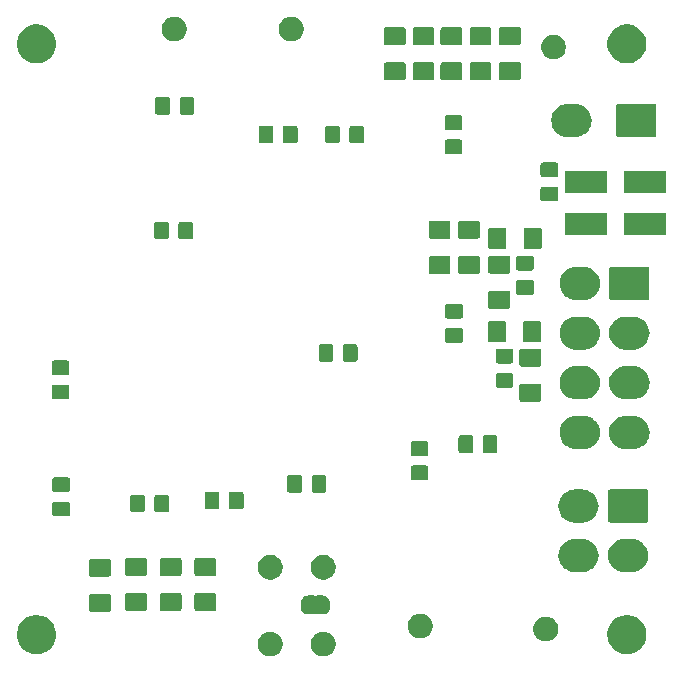
<source format=gbr>
G04 #@! TF.GenerationSoftware,KiCad,Pcbnew,(5.1.0)-1*
G04 #@! TF.CreationDate,2019-11-07T12:18:48+11:00*
G04 #@! TF.ProjectId,APPS,41505053-2e6b-4696-9361-645f70636258,rev?*
G04 #@! TF.SameCoordinates,Original*
G04 #@! TF.FileFunction,Soldermask,Bot*
G04 #@! TF.FilePolarity,Negative*
%FSLAX46Y46*%
G04 Gerber Fmt 4.6, Leading zero omitted, Abs format (unit mm)*
G04 Created by KiCad (PCBNEW (5.1.0)-1) date 2019-11-07 12:18:48*
%MOMM*%
%LPD*%
G04 APERTURE LIST*
%ADD10C,0.100000*%
G04 APERTURE END LIST*
D10*
G36*
X130409564Y-111511389D02*
G01*
X130525451Y-111559391D01*
X130600835Y-111590616D01*
X130716608Y-111667973D01*
X130772973Y-111705635D01*
X130919365Y-111852027D01*
X131034385Y-112024167D01*
X131113611Y-112215436D01*
X131154000Y-112418484D01*
X131154000Y-112625516D01*
X131113611Y-112828564D01*
X131040771Y-113004415D01*
X131034384Y-113019835D01*
X130919365Y-113191973D01*
X130772973Y-113338365D01*
X130600835Y-113453384D01*
X130600834Y-113453385D01*
X130600833Y-113453385D01*
X130409564Y-113532611D01*
X130206516Y-113573000D01*
X129999484Y-113573000D01*
X129796436Y-113532611D01*
X129605167Y-113453385D01*
X129605166Y-113453385D01*
X129605165Y-113453384D01*
X129433027Y-113338365D01*
X129286635Y-113191973D01*
X129171616Y-113019835D01*
X129165229Y-113004415D01*
X129092389Y-112828564D01*
X129052000Y-112625516D01*
X129052000Y-112418484D01*
X129092389Y-112215436D01*
X129171615Y-112024167D01*
X129286635Y-111852027D01*
X129433027Y-111705635D01*
X129489392Y-111667973D01*
X129605165Y-111590616D01*
X129680549Y-111559391D01*
X129796436Y-111511389D01*
X129999484Y-111471000D01*
X130206516Y-111471000D01*
X130409564Y-111511389D01*
X130409564Y-111511389D01*
G37*
G36*
X125909564Y-111511389D02*
G01*
X126025451Y-111559391D01*
X126100835Y-111590616D01*
X126216608Y-111667973D01*
X126272973Y-111705635D01*
X126419365Y-111852027D01*
X126534385Y-112024167D01*
X126613611Y-112215436D01*
X126654000Y-112418484D01*
X126654000Y-112625516D01*
X126613611Y-112828564D01*
X126540771Y-113004415D01*
X126534384Y-113019835D01*
X126419365Y-113191973D01*
X126272973Y-113338365D01*
X126100835Y-113453384D01*
X126100834Y-113453385D01*
X126100833Y-113453385D01*
X125909564Y-113532611D01*
X125706516Y-113573000D01*
X125499484Y-113573000D01*
X125296436Y-113532611D01*
X125105167Y-113453385D01*
X125105166Y-113453385D01*
X125105165Y-113453384D01*
X124933027Y-113338365D01*
X124786635Y-113191973D01*
X124671616Y-113019835D01*
X124665229Y-113004415D01*
X124592389Y-112828564D01*
X124552000Y-112625516D01*
X124552000Y-112418484D01*
X124592389Y-112215436D01*
X124671615Y-112024167D01*
X124786635Y-111852027D01*
X124933027Y-111705635D01*
X124989392Y-111667973D01*
X125105165Y-111590616D01*
X125180549Y-111559391D01*
X125296436Y-111511389D01*
X125499484Y-111471000D01*
X125706516Y-111471000D01*
X125909564Y-111511389D01*
X125909564Y-111511389D01*
G37*
G36*
X106178856Y-110113298D02*
G01*
X106285179Y-110134447D01*
X106585642Y-110258903D01*
X106856051Y-110439585D01*
X107086015Y-110669549D01*
X107266697Y-110939958D01*
X107333617Y-111101516D01*
X107391153Y-111240422D01*
X107454600Y-111559389D01*
X107454600Y-111884611D01*
X107426841Y-112024165D01*
X107391153Y-112203579D01*
X107366701Y-112262611D01*
X107302136Y-112418486D01*
X107266697Y-112504042D01*
X107086015Y-112774451D01*
X106856051Y-113004415D01*
X106585642Y-113185097D01*
X106285179Y-113309553D01*
X106178856Y-113330702D01*
X105966211Y-113373000D01*
X105640989Y-113373000D01*
X105428344Y-113330702D01*
X105322021Y-113309553D01*
X105021558Y-113185097D01*
X104751149Y-113004415D01*
X104521185Y-112774451D01*
X104340503Y-112504042D01*
X104305065Y-112418486D01*
X104240499Y-112262611D01*
X104216047Y-112203579D01*
X104180359Y-112024165D01*
X104152600Y-111884611D01*
X104152600Y-111559389D01*
X104216047Y-111240422D01*
X104273584Y-111101516D01*
X104340503Y-110939958D01*
X104521185Y-110669549D01*
X104751149Y-110439585D01*
X105021558Y-110258903D01*
X105322021Y-110134447D01*
X105428344Y-110113298D01*
X105640989Y-110071000D01*
X105966211Y-110071000D01*
X106178856Y-110113298D01*
X106178856Y-110113298D01*
G37*
G36*
X156178856Y-110113298D02*
G01*
X156285179Y-110134447D01*
X156585642Y-110258903D01*
X156856051Y-110439585D01*
X157086015Y-110669549D01*
X157266697Y-110939958D01*
X157333617Y-111101516D01*
X157391153Y-111240422D01*
X157454600Y-111559389D01*
X157454600Y-111884611D01*
X157426841Y-112024165D01*
X157391153Y-112203579D01*
X157366701Y-112262611D01*
X157302136Y-112418486D01*
X157266697Y-112504042D01*
X157086015Y-112774451D01*
X156856051Y-113004415D01*
X156585642Y-113185097D01*
X156285179Y-113309553D01*
X156178856Y-113330702D01*
X155966211Y-113373000D01*
X155640989Y-113373000D01*
X155428344Y-113330702D01*
X155322021Y-113309553D01*
X155021558Y-113185097D01*
X154751149Y-113004415D01*
X154521185Y-112774451D01*
X154340503Y-112504042D01*
X154305065Y-112418486D01*
X154240499Y-112262611D01*
X154216047Y-112203579D01*
X154180359Y-112024165D01*
X154152600Y-111884611D01*
X154152600Y-111559389D01*
X154216047Y-111240422D01*
X154273584Y-111101516D01*
X154340503Y-110939958D01*
X154521185Y-110669549D01*
X154751149Y-110439585D01*
X155021558Y-110258903D01*
X155322021Y-110134447D01*
X155428344Y-110113298D01*
X155640989Y-110071000D01*
X155966211Y-110071000D01*
X156178856Y-110113298D01*
X156178856Y-110113298D01*
G37*
G36*
X149226764Y-110241389D02*
G01*
X149418033Y-110320615D01*
X149418035Y-110320616D01*
X149429126Y-110328027D01*
X149590173Y-110435635D01*
X149736565Y-110582027D01*
X149851585Y-110754167D01*
X149930811Y-110945436D01*
X149971200Y-111148484D01*
X149971200Y-111355516D01*
X149930811Y-111558564D01*
X149885492Y-111667973D01*
X149851584Y-111749835D01*
X149736565Y-111921973D01*
X149590173Y-112068365D01*
X149418035Y-112183384D01*
X149418034Y-112183385D01*
X149418033Y-112183385D01*
X149226764Y-112262611D01*
X149023716Y-112303000D01*
X148816684Y-112303000D01*
X148613636Y-112262611D01*
X148422367Y-112183385D01*
X148422366Y-112183385D01*
X148422365Y-112183384D01*
X148250227Y-112068365D01*
X148103835Y-111921973D01*
X147988816Y-111749835D01*
X147954908Y-111667973D01*
X147909589Y-111558564D01*
X147869200Y-111355516D01*
X147869200Y-111148484D01*
X147909589Y-110945436D01*
X147988815Y-110754167D01*
X148103835Y-110582027D01*
X148250227Y-110435635D01*
X148411274Y-110328027D01*
X148422365Y-110320616D01*
X148422367Y-110320615D01*
X148613636Y-110241389D01*
X148816684Y-110201000D01*
X149023716Y-110201000D01*
X149226764Y-110241389D01*
X149226764Y-110241389D01*
G37*
G36*
X138622164Y-109987389D02*
G01*
X138813433Y-110066615D01*
X138813435Y-110066616D01*
X138985573Y-110181635D01*
X139131965Y-110328027D01*
X139206506Y-110439585D01*
X139246985Y-110500167D01*
X139326211Y-110691436D01*
X139366600Y-110894484D01*
X139366600Y-111101516D01*
X139326211Y-111304564D01*
X139305106Y-111355516D01*
X139246984Y-111495835D01*
X139131965Y-111667973D01*
X138985573Y-111814365D01*
X138813435Y-111929384D01*
X138813434Y-111929385D01*
X138813433Y-111929385D01*
X138622164Y-112008611D01*
X138419116Y-112049000D01*
X138212084Y-112049000D01*
X138009036Y-112008611D01*
X137817767Y-111929385D01*
X137817766Y-111929385D01*
X137817765Y-111929384D01*
X137645627Y-111814365D01*
X137499235Y-111667973D01*
X137384216Y-111495835D01*
X137326094Y-111355516D01*
X137304989Y-111304564D01*
X137264600Y-111101516D01*
X137264600Y-110894484D01*
X137304989Y-110691436D01*
X137384215Y-110500167D01*
X137424695Y-110439585D01*
X137499235Y-110328027D01*
X137645627Y-110181635D01*
X137817765Y-110066616D01*
X137817767Y-110066615D01*
X138009036Y-109987389D01*
X138212084Y-109947000D01*
X138419116Y-109947000D01*
X138622164Y-109987389D01*
X138622164Y-109987389D01*
G37*
G36*
X129285599Y-108419737D02*
G01*
X129295208Y-108422652D01*
X129304072Y-108427390D01*
X129311837Y-108433763D01*
X129322048Y-108446206D01*
X129328978Y-108456575D01*
X129346305Y-108473902D01*
X129366680Y-108487515D01*
X129389320Y-108496891D01*
X129413353Y-108501671D01*
X129437857Y-108501670D01*
X129461890Y-108496888D01*
X129484529Y-108487510D01*
X129504902Y-108473895D01*
X129522229Y-108456568D01*
X129529158Y-108446198D01*
X129539363Y-108433763D01*
X129547128Y-108427390D01*
X129555992Y-108422652D01*
X129565601Y-108419737D01*
X129581740Y-108418148D01*
X130069461Y-108418148D01*
X130087799Y-108419954D01*
X130100050Y-108420556D01*
X130118469Y-108420556D01*
X130140749Y-108422750D01*
X130224833Y-108439476D01*
X130246260Y-108445976D01*
X130325458Y-108478780D01*
X130330903Y-108481691D01*
X130330909Y-108481693D01*
X130339769Y-108486429D01*
X130339773Y-108486432D01*
X130345214Y-108489340D01*
X130416499Y-108536971D01*
X130433804Y-108551172D01*
X130494428Y-108611796D01*
X130508629Y-108629101D01*
X130556260Y-108700386D01*
X130559168Y-108705827D01*
X130559171Y-108705831D01*
X130563907Y-108714691D01*
X130563909Y-108714697D01*
X130566820Y-108720142D01*
X130599624Y-108799340D01*
X130606124Y-108820767D01*
X130622850Y-108904851D01*
X130625044Y-108927131D01*
X130625044Y-108945550D01*
X130625646Y-108957801D01*
X130627452Y-108976139D01*
X130627452Y-109463862D01*
X130625646Y-109482199D01*
X130625044Y-109494450D01*
X130625044Y-109512869D01*
X130622850Y-109535149D01*
X130606124Y-109619233D01*
X130599624Y-109640660D01*
X130566820Y-109719858D01*
X130563909Y-109725303D01*
X130563907Y-109725309D01*
X130559171Y-109734169D01*
X130559168Y-109734173D01*
X130556260Y-109739614D01*
X130508629Y-109810899D01*
X130494428Y-109828204D01*
X130433804Y-109888828D01*
X130416499Y-109903029D01*
X130345214Y-109950660D01*
X130339773Y-109953568D01*
X130339769Y-109953571D01*
X130330909Y-109958307D01*
X130330903Y-109958309D01*
X130325458Y-109961220D01*
X130246260Y-109994024D01*
X130224833Y-110000524D01*
X130140749Y-110017250D01*
X130118469Y-110019444D01*
X130100050Y-110019444D01*
X130087799Y-110020046D01*
X130069462Y-110021852D01*
X129581740Y-110021852D01*
X129565601Y-110020263D01*
X129555992Y-110017348D01*
X129547128Y-110012610D01*
X129539363Y-110006237D01*
X129529152Y-109993794D01*
X129522222Y-109983425D01*
X129504895Y-109966098D01*
X129484520Y-109952485D01*
X129461880Y-109943109D01*
X129437847Y-109938329D01*
X129413343Y-109938330D01*
X129389310Y-109943112D01*
X129366671Y-109952490D01*
X129346298Y-109966105D01*
X129328971Y-109983432D01*
X129322042Y-109993802D01*
X129311837Y-110006237D01*
X129304072Y-110012610D01*
X129295208Y-110017348D01*
X129285599Y-110020263D01*
X129269460Y-110021852D01*
X128781738Y-110021852D01*
X128763401Y-110020046D01*
X128751150Y-110019444D01*
X128732731Y-110019444D01*
X128710451Y-110017250D01*
X128626367Y-110000524D01*
X128604940Y-109994024D01*
X128525742Y-109961220D01*
X128520297Y-109958309D01*
X128520291Y-109958307D01*
X128511431Y-109953571D01*
X128511427Y-109953568D01*
X128505986Y-109950660D01*
X128434701Y-109903029D01*
X128417396Y-109888828D01*
X128356772Y-109828204D01*
X128342571Y-109810899D01*
X128294940Y-109739614D01*
X128292032Y-109734173D01*
X128292029Y-109734169D01*
X128287293Y-109725309D01*
X128287291Y-109725303D01*
X128284380Y-109719858D01*
X128251576Y-109640660D01*
X128245076Y-109619233D01*
X128228350Y-109535149D01*
X128226156Y-109512869D01*
X128226156Y-109494450D01*
X128225554Y-109482199D01*
X128223748Y-109463862D01*
X128223748Y-108976139D01*
X128225554Y-108957801D01*
X128226156Y-108945550D01*
X128226156Y-108927131D01*
X128228350Y-108904851D01*
X128245076Y-108820767D01*
X128251576Y-108799340D01*
X128284380Y-108720142D01*
X128287291Y-108714697D01*
X128287293Y-108714691D01*
X128292029Y-108705831D01*
X128292032Y-108705827D01*
X128294940Y-108700386D01*
X128342571Y-108629101D01*
X128356772Y-108611796D01*
X128417396Y-108551172D01*
X128434701Y-108536971D01*
X128505986Y-108489340D01*
X128511427Y-108486432D01*
X128511431Y-108486429D01*
X128520291Y-108481693D01*
X128520297Y-108481691D01*
X128525742Y-108478780D01*
X128604940Y-108445976D01*
X128626367Y-108439476D01*
X128710451Y-108422750D01*
X128732731Y-108420556D01*
X128751150Y-108420556D01*
X128763401Y-108419954D01*
X128781739Y-108418148D01*
X129269460Y-108418148D01*
X129285599Y-108419737D01*
X129285599Y-108419737D01*
G37*
G36*
X111951362Y-108271781D02*
G01*
X111986281Y-108282374D01*
X112018463Y-108299576D01*
X112046673Y-108322727D01*
X112069824Y-108350937D01*
X112087026Y-108383119D01*
X112097619Y-108418038D01*
X112101800Y-108460495D01*
X112101800Y-109601705D01*
X112097619Y-109644162D01*
X112087026Y-109679081D01*
X112069824Y-109711263D01*
X112046673Y-109739473D01*
X112018463Y-109762624D01*
X111986281Y-109779826D01*
X111951362Y-109790419D01*
X111908905Y-109794600D01*
X110442695Y-109794600D01*
X110400238Y-109790419D01*
X110365319Y-109779826D01*
X110333137Y-109762624D01*
X110304927Y-109739473D01*
X110281776Y-109711263D01*
X110264574Y-109679081D01*
X110253981Y-109644162D01*
X110249800Y-109601705D01*
X110249800Y-108460495D01*
X110253981Y-108418038D01*
X110264574Y-108383119D01*
X110281776Y-108350937D01*
X110304927Y-108322727D01*
X110333137Y-108299576D01*
X110365319Y-108282374D01*
X110400238Y-108271781D01*
X110442695Y-108267600D01*
X111908905Y-108267600D01*
X111951362Y-108271781D01*
X111951362Y-108271781D01*
G37*
G36*
X120892162Y-108220981D02*
G01*
X120927081Y-108231574D01*
X120959263Y-108248776D01*
X120987473Y-108271927D01*
X121010624Y-108300137D01*
X121027826Y-108332319D01*
X121038419Y-108367238D01*
X121042600Y-108409695D01*
X121042600Y-109550905D01*
X121038419Y-109593362D01*
X121027826Y-109628281D01*
X121010624Y-109660463D01*
X120987473Y-109688673D01*
X120959263Y-109711824D01*
X120927081Y-109729026D01*
X120892162Y-109739619D01*
X120849705Y-109743800D01*
X119383495Y-109743800D01*
X119341038Y-109739619D01*
X119306119Y-109729026D01*
X119273937Y-109711824D01*
X119245727Y-109688673D01*
X119222576Y-109660463D01*
X119205374Y-109628281D01*
X119194781Y-109593362D01*
X119190600Y-109550905D01*
X119190600Y-108409695D01*
X119194781Y-108367238D01*
X119205374Y-108332319D01*
X119222576Y-108300137D01*
X119245727Y-108271927D01*
X119273937Y-108248776D01*
X119306119Y-108231574D01*
X119341038Y-108220981D01*
X119383495Y-108216800D01*
X120849705Y-108216800D01*
X120892162Y-108220981D01*
X120892162Y-108220981D01*
G37*
G36*
X114999362Y-108220981D02*
G01*
X115034281Y-108231574D01*
X115066463Y-108248776D01*
X115094673Y-108271927D01*
X115117824Y-108300137D01*
X115135026Y-108332319D01*
X115145619Y-108367238D01*
X115149800Y-108409695D01*
X115149800Y-109550905D01*
X115145619Y-109593362D01*
X115135026Y-109628281D01*
X115117824Y-109660463D01*
X115094673Y-109688673D01*
X115066463Y-109711824D01*
X115034281Y-109729026D01*
X114999362Y-109739619D01*
X114956905Y-109743800D01*
X113490695Y-109743800D01*
X113448238Y-109739619D01*
X113413319Y-109729026D01*
X113381137Y-109711824D01*
X113352927Y-109688673D01*
X113329776Y-109660463D01*
X113312574Y-109628281D01*
X113301981Y-109593362D01*
X113297800Y-109550905D01*
X113297800Y-108409695D01*
X113301981Y-108367238D01*
X113312574Y-108332319D01*
X113329776Y-108300137D01*
X113352927Y-108271927D01*
X113381137Y-108248776D01*
X113413319Y-108231574D01*
X113448238Y-108220981D01*
X113490695Y-108216800D01*
X114956905Y-108216800D01*
X114999362Y-108220981D01*
X114999362Y-108220981D01*
G37*
G36*
X117945762Y-108220981D02*
G01*
X117980681Y-108231574D01*
X118012863Y-108248776D01*
X118041073Y-108271927D01*
X118064224Y-108300137D01*
X118081426Y-108332319D01*
X118092019Y-108367238D01*
X118096200Y-108409695D01*
X118096200Y-109550905D01*
X118092019Y-109593362D01*
X118081426Y-109628281D01*
X118064224Y-109660463D01*
X118041073Y-109688673D01*
X118012863Y-109711824D01*
X117980681Y-109729026D01*
X117945762Y-109739619D01*
X117903305Y-109743800D01*
X116437095Y-109743800D01*
X116394638Y-109739619D01*
X116359719Y-109729026D01*
X116327537Y-109711824D01*
X116299327Y-109688673D01*
X116276176Y-109660463D01*
X116258974Y-109628281D01*
X116248381Y-109593362D01*
X116244200Y-109550905D01*
X116244200Y-108409695D01*
X116248381Y-108367238D01*
X116258974Y-108332319D01*
X116276176Y-108300137D01*
X116299327Y-108271927D01*
X116327537Y-108248776D01*
X116359719Y-108231574D01*
X116394638Y-108220981D01*
X116437095Y-108216800D01*
X117903305Y-108216800D01*
X117945762Y-108220981D01*
X117945762Y-108220981D01*
G37*
G36*
X130409564Y-105011389D02*
G01*
X130600833Y-105090615D01*
X130600835Y-105090616D01*
X130772973Y-105205635D01*
X130919365Y-105352027D01*
X131008546Y-105485495D01*
X131034385Y-105524167D01*
X131113611Y-105715436D01*
X131154000Y-105918484D01*
X131154000Y-106125516D01*
X131113611Y-106328564D01*
X131076264Y-106418728D01*
X131034384Y-106519835D01*
X130919365Y-106691973D01*
X130772973Y-106838365D01*
X130600835Y-106953384D01*
X130600834Y-106953385D01*
X130600833Y-106953385D01*
X130409564Y-107032611D01*
X130206516Y-107073000D01*
X129999484Y-107073000D01*
X129796436Y-107032611D01*
X129605167Y-106953385D01*
X129605166Y-106953385D01*
X129605165Y-106953384D01*
X129433027Y-106838365D01*
X129286635Y-106691973D01*
X129171616Y-106519835D01*
X129129736Y-106418728D01*
X129092389Y-106328564D01*
X129052000Y-106125516D01*
X129052000Y-105918484D01*
X129092389Y-105715436D01*
X129171615Y-105524167D01*
X129197455Y-105485495D01*
X129286635Y-105352027D01*
X129433027Y-105205635D01*
X129605165Y-105090616D01*
X129605167Y-105090615D01*
X129796436Y-105011389D01*
X129999484Y-104971000D01*
X130206516Y-104971000D01*
X130409564Y-105011389D01*
X130409564Y-105011389D01*
G37*
G36*
X125909564Y-105011389D02*
G01*
X126100833Y-105090615D01*
X126100835Y-105090616D01*
X126272973Y-105205635D01*
X126419365Y-105352027D01*
X126508546Y-105485495D01*
X126534385Y-105524167D01*
X126613611Y-105715436D01*
X126654000Y-105918484D01*
X126654000Y-106125516D01*
X126613611Y-106328564D01*
X126576264Y-106418728D01*
X126534384Y-106519835D01*
X126419365Y-106691973D01*
X126272973Y-106838365D01*
X126100835Y-106953384D01*
X126100834Y-106953385D01*
X126100833Y-106953385D01*
X125909564Y-107032611D01*
X125706516Y-107073000D01*
X125499484Y-107073000D01*
X125296436Y-107032611D01*
X125105167Y-106953385D01*
X125105166Y-106953385D01*
X125105165Y-106953384D01*
X124933027Y-106838365D01*
X124786635Y-106691973D01*
X124671616Y-106519835D01*
X124629736Y-106418728D01*
X124592389Y-106328564D01*
X124552000Y-106125516D01*
X124552000Y-105918484D01*
X124592389Y-105715436D01*
X124671615Y-105524167D01*
X124697455Y-105485495D01*
X124786635Y-105352027D01*
X124933027Y-105205635D01*
X125105165Y-105090616D01*
X125105167Y-105090615D01*
X125296436Y-105011389D01*
X125499484Y-104971000D01*
X125706516Y-104971000D01*
X125909564Y-105011389D01*
X125909564Y-105011389D01*
G37*
G36*
X111951362Y-105296781D02*
G01*
X111986281Y-105307374D01*
X112018463Y-105324576D01*
X112046673Y-105347727D01*
X112069824Y-105375937D01*
X112087026Y-105408119D01*
X112097619Y-105443038D01*
X112101800Y-105485495D01*
X112101800Y-106626705D01*
X112097619Y-106669162D01*
X112087026Y-106704081D01*
X112069824Y-106736263D01*
X112046673Y-106764473D01*
X112018463Y-106787624D01*
X111986281Y-106804826D01*
X111951362Y-106815419D01*
X111908905Y-106819600D01*
X110442695Y-106819600D01*
X110400238Y-106815419D01*
X110365319Y-106804826D01*
X110333137Y-106787624D01*
X110304927Y-106764473D01*
X110281776Y-106736263D01*
X110264574Y-106704081D01*
X110253981Y-106669162D01*
X110249800Y-106626705D01*
X110249800Y-105485495D01*
X110253981Y-105443038D01*
X110264574Y-105408119D01*
X110281776Y-105375937D01*
X110304927Y-105347727D01*
X110333137Y-105324576D01*
X110365319Y-105307374D01*
X110400238Y-105296781D01*
X110442695Y-105292600D01*
X111908905Y-105292600D01*
X111951362Y-105296781D01*
X111951362Y-105296781D01*
G37*
G36*
X120892162Y-105245981D02*
G01*
X120927081Y-105256574D01*
X120959263Y-105273776D01*
X120987473Y-105296927D01*
X121010624Y-105325137D01*
X121027826Y-105357319D01*
X121038419Y-105392238D01*
X121042600Y-105434695D01*
X121042600Y-106575905D01*
X121038419Y-106618362D01*
X121027826Y-106653281D01*
X121010624Y-106685463D01*
X120987473Y-106713673D01*
X120959263Y-106736824D01*
X120927081Y-106754026D01*
X120892162Y-106764619D01*
X120849705Y-106768800D01*
X119383495Y-106768800D01*
X119341038Y-106764619D01*
X119306119Y-106754026D01*
X119273937Y-106736824D01*
X119245727Y-106713673D01*
X119222576Y-106685463D01*
X119205374Y-106653281D01*
X119194781Y-106618362D01*
X119190600Y-106575905D01*
X119190600Y-105434695D01*
X119194781Y-105392238D01*
X119205374Y-105357319D01*
X119222576Y-105325137D01*
X119245727Y-105296927D01*
X119273937Y-105273776D01*
X119306119Y-105256574D01*
X119341038Y-105245981D01*
X119383495Y-105241800D01*
X120849705Y-105241800D01*
X120892162Y-105245981D01*
X120892162Y-105245981D01*
G37*
G36*
X114999362Y-105245981D02*
G01*
X115034281Y-105256574D01*
X115066463Y-105273776D01*
X115094673Y-105296927D01*
X115117824Y-105325137D01*
X115135026Y-105357319D01*
X115145619Y-105392238D01*
X115149800Y-105434695D01*
X115149800Y-106575905D01*
X115145619Y-106618362D01*
X115135026Y-106653281D01*
X115117824Y-106685463D01*
X115094673Y-106713673D01*
X115066463Y-106736824D01*
X115034281Y-106754026D01*
X114999362Y-106764619D01*
X114956905Y-106768800D01*
X113490695Y-106768800D01*
X113448238Y-106764619D01*
X113413319Y-106754026D01*
X113381137Y-106736824D01*
X113352927Y-106713673D01*
X113329776Y-106685463D01*
X113312574Y-106653281D01*
X113301981Y-106618362D01*
X113297800Y-106575905D01*
X113297800Y-105434695D01*
X113301981Y-105392238D01*
X113312574Y-105357319D01*
X113329776Y-105325137D01*
X113352927Y-105296927D01*
X113381137Y-105273776D01*
X113413319Y-105256574D01*
X113448238Y-105245981D01*
X113490695Y-105241800D01*
X114956905Y-105241800D01*
X114999362Y-105245981D01*
X114999362Y-105245981D01*
G37*
G36*
X117945762Y-105245981D02*
G01*
X117980681Y-105256574D01*
X118012863Y-105273776D01*
X118041073Y-105296927D01*
X118064224Y-105325137D01*
X118081426Y-105357319D01*
X118092019Y-105392238D01*
X118096200Y-105434695D01*
X118096200Y-106575905D01*
X118092019Y-106618362D01*
X118081426Y-106653281D01*
X118064224Y-106685463D01*
X118041073Y-106713673D01*
X118012863Y-106736824D01*
X117980681Y-106754026D01*
X117945762Y-106764619D01*
X117903305Y-106768800D01*
X116437095Y-106768800D01*
X116394638Y-106764619D01*
X116359719Y-106754026D01*
X116327537Y-106736824D01*
X116299327Y-106713673D01*
X116276176Y-106685463D01*
X116258974Y-106653281D01*
X116248381Y-106618362D01*
X116244200Y-106575905D01*
X116244200Y-105434695D01*
X116248381Y-105392238D01*
X116258974Y-105357319D01*
X116276176Y-105325137D01*
X116299327Y-105296927D01*
X116327537Y-105273776D01*
X116359719Y-105256574D01*
X116394638Y-105245981D01*
X116437095Y-105241800D01*
X117903305Y-105241800D01*
X117945762Y-105245981D01*
X117945762Y-105245981D01*
G37*
G36*
X156375331Y-103647136D02*
G01*
X156478244Y-103657272D01*
X156673617Y-103716538D01*
X156742337Y-103737384D01*
X156971802Y-103860036D01*
X156985720Y-103867475D01*
X157041291Y-103913082D01*
X157199050Y-104042550D01*
X157328518Y-104200309D01*
X157374125Y-104255880D01*
X157374126Y-104255882D01*
X157504216Y-104499263D01*
X157504217Y-104499267D01*
X157584328Y-104763356D01*
X157611378Y-105038000D01*
X157584328Y-105312644D01*
X157554291Y-105411661D01*
X157504216Y-105576737D01*
X157381564Y-105806202D01*
X157374125Y-105820120D01*
X157328518Y-105875691D01*
X157199050Y-106033450D01*
X157041291Y-106162918D01*
X156985720Y-106208525D01*
X156985718Y-106208526D01*
X156742337Y-106338616D01*
X156673617Y-106359462D01*
X156478244Y-106418728D01*
X156375331Y-106428864D01*
X156272420Y-106439000D01*
X155534780Y-106439000D01*
X155431869Y-106428864D01*
X155328956Y-106418728D01*
X155133583Y-106359462D01*
X155064863Y-106338616D01*
X154821482Y-106208526D01*
X154821480Y-106208525D01*
X154765909Y-106162918D01*
X154608150Y-106033450D01*
X154478682Y-105875691D01*
X154433075Y-105820120D01*
X154425636Y-105806202D01*
X154302984Y-105576737D01*
X154252909Y-105411661D01*
X154222872Y-105312644D01*
X154195822Y-105038000D01*
X154222872Y-104763356D01*
X154302983Y-104499267D01*
X154302984Y-104499263D01*
X154433074Y-104255882D01*
X154433075Y-104255880D01*
X154478682Y-104200309D01*
X154608150Y-104042550D01*
X154765909Y-103913082D01*
X154821480Y-103867475D01*
X154835398Y-103860036D01*
X155064863Y-103737384D01*
X155133583Y-103716538D01*
X155328956Y-103657272D01*
X155431869Y-103647136D01*
X155534780Y-103637000D01*
X156272420Y-103637000D01*
X156375331Y-103647136D01*
X156375331Y-103647136D01*
G37*
G36*
X152175331Y-103647136D02*
G01*
X152278244Y-103657272D01*
X152473617Y-103716538D01*
X152542337Y-103737384D01*
X152771802Y-103860036D01*
X152785720Y-103867475D01*
X152841291Y-103913082D01*
X152999050Y-104042550D01*
X153128518Y-104200309D01*
X153174125Y-104255880D01*
X153174126Y-104255882D01*
X153304216Y-104499263D01*
X153304217Y-104499267D01*
X153384328Y-104763356D01*
X153411378Y-105038000D01*
X153384328Y-105312644D01*
X153354291Y-105411661D01*
X153304216Y-105576737D01*
X153181564Y-105806202D01*
X153174125Y-105820120D01*
X153128518Y-105875691D01*
X152999050Y-106033450D01*
X152841291Y-106162918D01*
X152785720Y-106208525D01*
X152785718Y-106208526D01*
X152542337Y-106338616D01*
X152473617Y-106359462D01*
X152278244Y-106418728D01*
X152175331Y-106428864D01*
X152072420Y-106439000D01*
X151334780Y-106439000D01*
X151231869Y-106428864D01*
X151128956Y-106418728D01*
X150933583Y-106359462D01*
X150864863Y-106338616D01*
X150621482Y-106208526D01*
X150621480Y-106208525D01*
X150565909Y-106162918D01*
X150408150Y-106033450D01*
X150278682Y-105875691D01*
X150233075Y-105820120D01*
X150225636Y-105806202D01*
X150102984Y-105576737D01*
X150052909Y-105411661D01*
X150022872Y-105312644D01*
X149995822Y-105038000D01*
X150022872Y-104763356D01*
X150102983Y-104499267D01*
X150102984Y-104499263D01*
X150233074Y-104255882D01*
X150233075Y-104255880D01*
X150278682Y-104200309D01*
X150408150Y-104042550D01*
X150565909Y-103913082D01*
X150621480Y-103867475D01*
X150635398Y-103860036D01*
X150864863Y-103737384D01*
X150933583Y-103716538D01*
X151128956Y-103657272D01*
X151231869Y-103647136D01*
X151334780Y-103637000D01*
X152072420Y-103637000D01*
X152175331Y-103647136D01*
X152175331Y-103647136D01*
G37*
G36*
X157477631Y-99440621D02*
G01*
X157507086Y-99449556D01*
X157534223Y-99464062D01*
X157558014Y-99483586D01*
X157577538Y-99507377D01*
X157592044Y-99534514D01*
X157600979Y-99563969D01*
X157604600Y-99600734D01*
X157604600Y-102075266D01*
X157600979Y-102112031D01*
X157592044Y-102141486D01*
X157577538Y-102168623D01*
X157558014Y-102192414D01*
X157534223Y-102211938D01*
X157507086Y-102226444D01*
X157477631Y-102235379D01*
X157440866Y-102239000D01*
X154366334Y-102239000D01*
X154329569Y-102235379D01*
X154300114Y-102226444D01*
X154272977Y-102211938D01*
X154249186Y-102192414D01*
X154229662Y-102168623D01*
X154215156Y-102141486D01*
X154206221Y-102112031D01*
X154202600Y-102075266D01*
X154202600Y-99600734D01*
X154206221Y-99563969D01*
X154215156Y-99534514D01*
X154229662Y-99507377D01*
X154249186Y-99483586D01*
X154272977Y-99464062D01*
X154300114Y-99449556D01*
X154329569Y-99440621D01*
X154366334Y-99437000D01*
X157440866Y-99437000D01*
X157477631Y-99440621D01*
X157477631Y-99440621D01*
G37*
G36*
X152175331Y-99447136D02*
G01*
X152278244Y-99457272D01*
X152473617Y-99516538D01*
X152542337Y-99537384D01*
X152756957Y-99652101D01*
X152785720Y-99667475D01*
X152831365Y-99704935D01*
X152999050Y-99842550D01*
X153098325Y-99963518D01*
X153174125Y-100055880D01*
X153174126Y-100055882D01*
X153304216Y-100299263D01*
X153304217Y-100299267D01*
X153384328Y-100563356D01*
X153411378Y-100838000D01*
X153384328Y-101112644D01*
X153364460Y-101178139D01*
X153304216Y-101376737D01*
X153181564Y-101606202D01*
X153174125Y-101620120D01*
X153142588Y-101658548D01*
X152999050Y-101833450D01*
X152841291Y-101962918D01*
X152785720Y-102008525D01*
X152785718Y-102008526D01*
X152542337Y-102138616D01*
X152473617Y-102159462D01*
X152278244Y-102218728D01*
X152175331Y-102228864D01*
X152072420Y-102239000D01*
X151334780Y-102239000D01*
X151231869Y-102228864D01*
X151128956Y-102218728D01*
X150933583Y-102159462D01*
X150864863Y-102138616D01*
X150621482Y-102008526D01*
X150621480Y-102008525D01*
X150565909Y-101962918D01*
X150408150Y-101833450D01*
X150264612Y-101658548D01*
X150233075Y-101620120D01*
X150225636Y-101606202D01*
X150102984Y-101376737D01*
X150042740Y-101178139D01*
X150022872Y-101112644D01*
X149995822Y-100838000D01*
X150022872Y-100563356D01*
X150102983Y-100299267D01*
X150102984Y-100299263D01*
X150233074Y-100055882D01*
X150233075Y-100055880D01*
X150308875Y-99963518D01*
X150408150Y-99842550D01*
X150575835Y-99704935D01*
X150621480Y-99667475D01*
X150650243Y-99652101D01*
X150864863Y-99537384D01*
X150933583Y-99516538D01*
X151128956Y-99457272D01*
X151231869Y-99447136D01*
X151334780Y-99437000D01*
X152072420Y-99437000D01*
X152175331Y-99447136D01*
X152175331Y-99447136D01*
G37*
G36*
X108487874Y-100470465D02*
G01*
X108525567Y-100481899D01*
X108560303Y-100500466D01*
X108590748Y-100525452D01*
X108615734Y-100555897D01*
X108634301Y-100590633D01*
X108645735Y-100628326D01*
X108650200Y-100673661D01*
X108650200Y-101510339D01*
X108645735Y-101555674D01*
X108634301Y-101593367D01*
X108615734Y-101628103D01*
X108590748Y-101658548D01*
X108560303Y-101683534D01*
X108525567Y-101702101D01*
X108487874Y-101713535D01*
X108442539Y-101718000D01*
X107355861Y-101718000D01*
X107310526Y-101713535D01*
X107272833Y-101702101D01*
X107238097Y-101683534D01*
X107207652Y-101658548D01*
X107182666Y-101628103D01*
X107164099Y-101593367D01*
X107152665Y-101555674D01*
X107148200Y-101510339D01*
X107148200Y-100673661D01*
X107152665Y-100628326D01*
X107164099Y-100590633D01*
X107182666Y-100555897D01*
X107207652Y-100525452D01*
X107238097Y-100500466D01*
X107272833Y-100481899D01*
X107310526Y-100470465D01*
X107355861Y-100466000D01*
X108442539Y-100466000D01*
X108487874Y-100470465D01*
X108487874Y-100470465D01*
G37*
G36*
X116880874Y-99888265D02*
G01*
X116918567Y-99899699D01*
X116953303Y-99918266D01*
X116983748Y-99943252D01*
X117008734Y-99973697D01*
X117027301Y-100008433D01*
X117038735Y-100046126D01*
X117043200Y-100091461D01*
X117043200Y-101178139D01*
X117038735Y-101223474D01*
X117027301Y-101261167D01*
X117008734Y-101295903D01*
X116983748Y-101326348D01*
X116953303Y-101351334D01*
X116918567Y-101369901D01*
X116880874Y-101381335D01*
X116835539Y-101385800D01*
X115998861Y-101385800D01*
X115953526Y-101381335D01*
X115915833Y-101369901D01*
X115881097Y-101351334D01*
X115850652Y-101326348D01*
X115825666Y-101295903D01*
X115807099Y-101261167D01*
X115795665Y-101223474D01*
X115791200Y-101178139D01*
X115791200Y-100091461D01*
X115795665Y-100046126D01*
X115807099Y-100008433D01*
X115825666Y-99973697D01*
X115850652Y-99943252D01*
X115881097Y-99918266D01*
X115915833Y-99899699D01*
X115953526Y-99888265D01*
X115998861Y-99883800D01*
X116835539Y-99883800D01*
X116880874Y-99888265D01*
X116880874Y-99888265D01*
G37*
G36*
X114830874Y-99888265D02*
G01*
X114868567Y-99899699D01*
X114903303Y-99918266D01*
X114933748Y-99943252D01*
X114958734Y-99973697D01*
X114977301Y-100008433D01*
X114988735Y-100046126D01*
X114993200Y-100091461D01*
X114993200Y-101178139D01*
X114988735Y-101223474D01*
X114977301Y-101261167D01*
X114958734Y-101295903D01*
X114933748Y-101326348D01*
X114903303Y-101351334D01*
X114868567Y-101369901D01*
X114830874Y-101381335D01*
X114785539Y-101385800D01*
X113948861Y-101385800D01*
X113903526Y-101381335D01*
X113865833Y-101369901D01*
X113831097Y-101351334D01*
X113800652Y-101326348D01*
X113775666Y-101295903D01*
X113757099Y-101261167D01*
X113745665Y-101223474D01*
X113741200Y-101178139D01*
X113741200Y-100091461D01*
X113745665Y-100046126D01*
X113757099Y-100008433D01*
X113775666Y-99973697D01*
X113800652Y-99943252D01*
X113831097Y-99918266D01*
X113865833Y-99899699D01*
X113903526Y-99888265D01*
X113948861Y-99883800D01*
X114785539Y-99883800D01*
X114830874Y-99888265D01*
X114830874Y-99888265D01*
G37*
G36*
X123180074Y-99634265D02*
G01*
X123217767Y-99645699D01*
X123252503Y-99664266D01*
X123282948Y-99689252D01*
X123307934Y-99719697D01*
X123326501Y-99754433D01*
X123337935Y-99792126D01*
X123342400Y-99837461D01*
X123342400Y-100924139D01*
X123337935Y-100969474D01*
X123326501Y-101007167D01*
X123307934Y-101041903D01*
X123282948Y-101072348D01*
X123252503Y-101097334D01*
X123217767Y-101115901D01*
X123180074Y-101127335D01*
X123134739Y-101131800D01*
X122298061Y-101131800D01*
X122252726Y-101127335D01*
X122215033Y-101115901D01*
X122180297Y-101097334D01*
X122149852Y-101072348D01*
X122124866Y-101041903D01*
X122106299Y-101007167D01*
X122094865Y-100969474D01*
X122090400Y-100924139D01*
X122090400Y-99837461D01*
X122094865Y-99792126D01*
X122106299Y-99754433D01*
X122124866Y-99719697D01*
X122149852Y-99689252D01*
X122180297Y-99664266D01*
X122215033Y-99645699D01*
X122252726Y-99634265D01*
X122298061Y-99629800D01*
X123134739Y-99629800D01*
X123180074Y-99634265D01*
X123180074Y-99634265D01*
G37*
G36*
X121130074Y-99634265D02*
G01*
X121167767Y-99645699D01*
X121202503Y-99664266D01*
X121232948Y-99689252D01*
X121257934Y-99719697D01*
X121276501Y-99754433D01*
X121287935Y-99792126D01*
X121292400Y-99837461D01*
X121292400Y-100924139D01*
X121287935Y-100969474D01*
X121276501Y-101007167D01*
X121257934Y-101041903D01*
X121232948Y-101072348D01*
X121202503Y-101097334D01*
X121167767Y-101115901D01*
X121130074Y-101127335D01*
X121084739Y-101131800D01*
X120248061Y-101131800D01*
X120202726Y-101127335D01*
X120165033Y-101115901D01*
X120130297Y-101097334D01*
X120099852Y-101072348D01*
X120074866Y-101041903D01*
X120056299Y-101007167D01*
X120044865Y-100969474D01*
X120040400Y-100924139D01*
X120040400Y-99837461D01*
X120044865Y-99792126D01*
X120056299Y-99754433D01*
X120074866Y-99719697D01*
X120099852Y-99689252D01*
X120130297Y-99664266D01*
X120165033Y-99645699D01*
X120202726Y-99634265D01*
X120248061Y-99629800D01*
X121084739Y-99629800D01*
X121130074Y-99634265D01*
X121130074Y-99634265D01*
G37*
G36*
X130190474Y-98211865D02*
G01*
X130228167Y-98223299D01*
X130262903Y-98241866D01*
X130293348Y-98266852D01*
X130318334Y-98297297D01*
X130336901Y-98332033D01*
X130348335Y-98369726D01*
X130352800Y-98415061D01*
X130352800Y-99501739D01*
X130348335Y-99547074D01*
X130336901Y-99584767D01*
X130318334Y-99619503D01*
X130293348Y-99649948D01*
X130262903Y-99674934D01*
X130228167Y-99693501D01*
X130190474Y-99704935D01*
X130145139Y-99709400D01*
X129308461Y-99709400D01*
X129263126Y-99704935D01*
X129225433Y-99693501D01*
X129190697Y-99674934D01*
X129160252Y-99649948D01*
X129135266Y-99619503D01*
X129116699Y-99584767D01*
X129105265Y-99547074D01*
X129100800Y-99501739D01*
X129100800Y-98415061D01*
X129105265Y-98369726D01*
X129116699Y-98332033D01*
X129135266Y-98297297D01*
X129160252Y-98266852D01*
X129190697Y-98241866D01*
X129225433Y-98223299D01*
X129263126Y-98211865D01*
X129308461Y-98207400D01*
X130145139Y-98207400D01*
X130190474Y-98211865D01*
X130190474Y-98211865D01*
G37*
G36*
X128140474Y-98211865D02*
G01*
X128178167Y-98223299D01*
X128212903Y-98241866D01*
X128243348Y-98266852D01*
X128268334Y-98297297D01*
X128286901Y-98332033D01*
X128298335Y-98369726D01*
X128302800Y-98415061D01*
X128302800Y-99501739D01*
X128298335Y-99547074D01*
X128286901Y-99584767D01*
X128268334Y-99619503D01*
X128243348Y-99649948D01*
X128212903Y-99674934D01*
X128178167Y-99693501D01*
X128140474Y-99704935D01*
X128095139Y-99709400D01*
X127258461Y-99709400D01*
X127213126Y-99704935D01*
X127175433Y-99693501D01*
X127140697Y-99674934D01*
X127110252Y-99649948D01*
X127085266Y-99619503D01*
X127066699Y-99584767D01*
X127055265Y-99547074D01*
X127050800Y-99501739D01*
X127050800Y-98415061D01*
X127055265Y-98369726D01*
X127066699Y-98332033D01*
X127085266Y-98297297D01*
X127110252Y-98266852D01*
X127140697Y-98241866D01*
X127175433Y-98223299D01*
X127213126Y-98211865D01*
X127258461Y-98207400D01*
X128095139Y-98207400D01*
X128140474Y-98211865D01*
X128140474Y-98211865D01*
G37*
G36*
X108487874Y-98420465D02*
G01*
X108525567Y-98431899D01*
X108560303Y-98450466D01*
X108590748Y-98475452D01*
X108615734Y-98505897D01*
X108634301Y-98540633D01*
X108645735Y-98578326D01*
X108650200Y-98623661D01*
X108650200Y-99460339D01*
X108645735Y-99505674D01*
X108634301Y-99543367D01*
X108615734Y-99578103D01*
X108590748Y-99608548D01*
X108560303Y-99633534D01*
X108525567Y-99652101D01*
X108487874Y-99663535D01*
X108442539Y-99668000D01*
X107355861Y-99668000D01*
X107310526Y-99663535D01*
X107272833Y-99652101D01*
X107238097Y-99633534D01*
X107207652Y-99608548D01*
X107182666Y-99578103D01*
X107164099Y-99543367D01*
X107152665Y-99505674D01*
X107148200Y-99460339D01*
X107148200Y-98623661D01*
X107152665Y-98578326D01*
X107164099Y-98540633D01*
X107182666Y-98505897D01*
X107207652Y-98475452D01*
X107238097Y-98450466D01*
X107272833Y-98431899D01*
X107310526Y-98420465D01*
X107355861Y-98416000D01*
X108442539Y-98416000D01*
X108487874Y-98420465D01*
X108487874Y-98420465D01*
G37*
G36*
X138828174Y-97406065D02*
G01*
X138865867Y-97417499D01*
X138900603Y-97436066D01*
X138931048Y-97461052D01*
X138956034Y-97491497D01*
X138974601Y-97526233D01*
X138986035Y-97563926D01*
X138990500Y-97609261D01*
X138990500Y-98445939D01*
X138986035Y-98491274D01*
X138974601Y-98528967D01*
X138956034Y-98563703D01*
X138931048Y-98594148D01*
X138900603Y-98619134D01*
X138865867Y-98637701D01*
X138828174Y-98649135D01*
X138782839Y-98653600D01*
X137696161Y-98653600D01*
X137650826Y-98649135D01*
X137613133Y-98637701D01*
X137578397Y-98619134D01*
X137547952Y-98594148D01*
X137522966Y-98563703D01*
X137504399Y-98528967D01*
X137492965Y-98491274D01*
X137488500Y-98445939D01*
X137488500Y-97609261D01*
X137492965Y-97563926D01*
X137504399Y-97526233D01*
X137522966Y-97491497D01*
X137547952Y-97461052D01*
X137578397Y-97436066D01*
X137613133Y-97417499D01*
X137650826Y-97406065D01*
X137696161Y-97401600D01*
X138782839Y-97401600D01*
X138828174Y-97406065D01*
X138828174Y-97406065D01*
G37*
G36*
X138828174Y-95356065D02*
G01*
X138865867Y-95367499D01*
X138900603Y-95386066D01*
X138931048Y-95411052D01*
X138956034Y-95441497D01*
X138974601Y-95476233D01*
X138986035Y-95513926D01*
X138990500Y-95559261D01*
X138990500Y-96395939D01*
X138986035Y-96441274D01*
X138974601Y-96478967D01*
X138956034Y-96513703D01*
X138931048Y-96544148D01*
X138900603Y-96569134D01*
X138865867Y-96587701D01*
X138828174Y-96599135D01*
X138782839Y-96603600D01*
X137696161Y-96603600D01*
X137650826Y-96599135D01*
X137613133Y-96587701D01*
X137578397Y-96569134D01*
X137547952Y-96544148D01*
X137522966Y-96513703D01*
X137504399Y-96478967D01*
X137492965Y-96441274D01*
X137488500Y-96395939D01*
X137488500Y-95559261D01*
X137492965Y-95513926D01*
X137504399Y-95476233D01*
X137522966Y-95441497D01*
X137547952Y-95411052D01*
X137578397Y-95386066D01*
X137613133Y-95367499D01*
X137650826Y-95356065D01*
X137696161Y-95351600D01*
X138782839Y-95351600D01*
X138828174Y-95356065D01*
X138828174Y-95356065D01*
G37*
G36*
X144681174Y-94859065D02*
G01*
X144718867Y-94870499D01*
X144753603Y-94889066D01*
X144784048Y-94914052D01*
X144809034Y-94944497D01*
X144827601Y-94979233D01*
X144839035Y-95016926D01*
X144843500Y-95062261D01*
X144843500Y-96148939D01*
X144839035Y-96194274D01*
X144827601Y-96231967D01*
X144809034Y-96266703D01*
X144784048Y-96297148D01*
X144753603Y-96322134D01*
X144718867Y-96340701D01*
X144681174Y-96352135D01*
X144635839Y-96356600D01*
X143799161Y-96356600D01*
X143753826Y-96352135D01*
X143716133Y-96340701D01*
X143681397Y-96322134D01*
X143650952Y-96297148D01*
X143625966Y-96266703D01*
X143607399Y-96231967D01*
X143595965Y-96194274D01*
X143591500Y-96148939D01*
X143591500Y-95062261D01*
X143595965Y-95016926D01*
X143607399Y-94979233D01*
X143625966Y-94944497D01*
X143650952Y-94914052D01*
X143681397Y-94889066D01*
X143716133Y-94870499D01*
X143753826Y-94859065D01*
X143799161Y-94854600D01*
X144635839Y-94854600D01*
X144681174Y-94859065D01*
X144681174Y-94859065D01*
G37*
G36*
X142631174Y-94859065D02*
G01*
X142668867Y-94870499D01*
X142703603Y-94889066D01*
X142734048Y-94914052D01*
X142759034Y-94944497D01*
X142777601Y-94979233D01*
X142789035Y-95016926D01*
X142793500Y-95062261D01*
X142793500Y-96148939D01*
X142789035Y-96194274D01*
X142777601Y-96231967D01*
X142759034Y-96266703D01*
X142734048Y-96297148D01*
X142703603Y-96322134D01*
X142668867Y-96340701D01*
X142631174Y-96352135D01*
X142585839Y-96356600D01*
X141749161Y-96356600D01*
X141703826Y-96352135D01*
X141666133Y-96340701D01*
X141631397Y-96322134D01*
X141600952Y-96297148D01*
X141575966Y-96266703D01*
X141557399Y-96231967D01*
X141545965Y-96194274D01*
X141541500Y-96148939D01*
X141541500Y-95062261D01*
X141545965Y-95016926D01*
X141557399Y-94979233D01*
X141575966Y-94944497D01*
X141600952Y-94914052D01*
X141631397Y-94889066D01*
X141666133Y-94870499D01*
X141703826Y-94859065D01*
X141749161Y-94854600D01*
X142585839Y-94854600D01*
X142631174Y-94859065D01*
X142631174Y-94859065D01*
G37*
G36*
X152280331Y-93210636D02*
G01*
X152383244Y-93220772D01*
X152578617Y-93280038D01*
X152647337Y-93300884D01*
X152876802Y-93423536D01*
X152890720Y-93430975D01*
X152946291Y-93476582D01*
X153104050Y-93606050D01*
X153233518Y-93763809D01*
X153279125Y-93819380D01*
X153279126Y-93819382D01*
X153409216Y-94062763D01*
X153409217Y-94062767D01*
X153489328Y-94326856D01*
X153516378Y-94601500D01*
X153489328Y-94876144D01*
X153432870Y-95062261D01*
X153409216Y-95140237D01*
X153287742Y-95367499D01*
X153279125Y-95383620D01*
X153267759Y-95397469D01*
X153104050Y-95596950D01*
X152946291Y-95726418D01*
X152890720Y-95772025D01*
X152890718Y-95772026D01*
X152647337Y-95902116D01*
X152578617Y-95922962D01*
X152383244Y-95982228D01*
X152280331Y-95992364D01*
X152177420Y-96002500D01*
X151439780Y-96002500D01*
X151336869Y-95992364D01*
X151233956Y-95982228D01*
X151038583Y-95922962D01*
X150969863Y-95902116D01*
X150726482Y-95772026D01*
X150726480Y-95772025D01*
X150670909Y-95726418D01*
X150513150Y-95596950D01*
X150349441Y-95397469D01*
X150338075Y-95383620D01*
X150329458Y-95367499D01*
X150207984Y-95140237D01*
X150184330Y-95062261D01*
X150127872Y-94876144D01*
X150100822Y-94601500D01*
X150127872Y-94326856D01*
X150207983Y-94062767D01*
X150207984Y-94062763D01*
X150338074Y-93819382D01*
X150338075Y-93819380D01*
X150383682Y-93763809D01*
X150513150Y-93606050D01*
X150670909Y-93476582D01*
X150726480Y-93430975D01*
X150740398Y-93423536D01*
X150969863Y-93300884D01*
X151038583Y-93280038D01*
X151233956Y-93220772D01*
X151336869Y-93210636D01*
X151439780Y-93200500D01*
X152177420Y-93200500D01*
X152280331Y-93210636D01*
X152280331Y-93210636D01*
G37*
G36*
X156480331Y-93210636D02*
G01*
X156583244Y-93220772D01*
X156778617Y-93280038D01*
X156847337Y-93300884D01*
X157076802Y-93423536D01*
X157090720Y-93430975D01*
X157146291Y-93476582D01*
X157304050Y-93606050D01*
X157433518Y-93763809D01*
X157479125Y-93819380D01*
X157479126Y-93819382D01*
X157609216Y-94062763D01*
X157609217Y-94062767D01*
X157689328Y-94326856D01*
X157716378Y-94601500D01*
X157689328Y-94876144D01*
X157632870Y-95062261D01*
X157609216Y-95140237D01*
X157487742Y-95367499D01*
X157479125Y-95383620D01*
X157467759Y-95397469D01*
X157304050Y-95596950D01*
X157146291Y-95726418D01*
X157090720Y-95772025D01*
X157090718Y-95772026D01*
X156847337Y-95902116D01*
X156778617Y-95922962D01*
X156583244Y-95982228D01*
X156480331Y-95992364D01*
X156377420Y-96002500D01*
X155639780Y-96002500D01*
X155536869Y-95992364D01*
X155433956Y-95982228D01*
X155238583Y-95922962D01*
X155169863Y-95902116D01*
X154926482Y-95772026D01*
X154926480Y-95772025D01*
X154870909Y-95726418D01*
X154713150Y-95596950D01*
X154549441Y-95397469D01*
X154538075Y-95383620D01*
X154529458Y-95367499D01*
X154407984Y-95140237D01*
X154384330Y-95062261D01*
X154327872Y-94876144D01*
X154300822Y-94601500D01*
X154327872Y-94326856D01*
X154407983Y-94062767D01*
X154407984Y-94062763D01*
X154538074Y-93819382D01*
X154538075Y-93819380D01*
X154583682Y-93763809D01*
X154713150Y-93606050D01*
X154870909Y-93476582D01*
X154926480Y-93430975D01*
X154940398Y-93423536D01*
X155169863Y-93300884D01*
X155238583Y-93280038D01*
X155433956Y-93220772D01*
X155536869Y-93210636D01*
X155639780Y-93200500D01*
X156377420Y-93200500D01*
X156480331Y-93210636D01*
X156480331Y-93210636D01*
G37*
G36*
X148400262Y-90491781D02*
G01*
X148435181Y-90502374D01*
X148467363Y-90519576D01*
X148495573Y-90542727D01*
X148518724Y-90570937D01*
X148535926Y-90603119D01*
X148546519Y-90638038D01*
X148550700Y-90680495D01*
X148550700Y-91821705D01*
X148546519Y-91864162D01*
X148535926Y-91899081D01*
X148518724Y-91931263D01*
X148495573Y-91959473D01*
X148467363Y-91982624D01*
X148435181Y-91999826D01*
X148400262Y-92010419D01*
X148357805Y-92014600D01*
X146891595Y-92014600D01*
X146849138Y-92010419D01*
X146814219Y-91999826D01*
X146782037Y-91982624D01*
X146753827Y-91959473D01*
X146730676Y-91931263D01*
X146713474Y-91899081D01*
X146702881Y-91864162D01*
X146698700Y-91821705D01*
X146698700Y-90680495D01*
X146702881Y-90638038D01*
X146713474Y-90603119D01*
X146730676Y-90570937D01*
X146753827Y-90542727D01*
X146782037Y-90519576D01*
X146814219Y-90502374D01*
X146849138Y-90491781D01*
X146891595Y-90487600D01*
X148357805Y-90487600D01*
X148400262Y-90491781D01*
X148400262Y-90491781D01*
G37*
G36*
X108437074Y-90573465D02*
G01*
X108474767Y-90584899D01*
X108509503Y-90603466D01*
X108539948Y-90628452D01*
X108564934Y-90658897D01*
X108583501Y-90693633D01*
X108594935Y-90731326D01*
X108599400Y-90776661D01*
X108599400Y-91613339D01*
X108594935Y-91658674D01*
X108583501Y-91696367D01*
X108564934Y-91731103D01*
X108539948Y-91761548D01*
X108509503Y-91786534D01*
X108474767Y-91805101D01*
X108437074Y-91816535D01*
X108391739Y-91821000D01*
X107305061Y-91821000D01*
X107259726Y-91816535D01*
X107222033Y-91805101D01*
X107187297Y-91786534D01*
X107156852Y-91761548D01*
X107131866Y-91731103D01*
X107113299Y-91696367D01*
X107101865Y-91658674D01*
X107097400Y-91613339D01*
X107097400Y-90776661D01*
X107101865Y-90731326D01*
X107113299Y-90693633D01*
X107131866Y-90658897D01*
X107156852Y-90628452D01*
X107187297Y-90603466D01*
X107222033Y-90584899D01*
X107259726Y-90573465D01*
X107305061Y-90569000D01*
X108391739Y-90569000D01*
X108437074Y-90573465D01*
X108437074Y-90573465D01*
G37*
G36*
X156449750Y-89007624D02*
G01*
X156583244Y-89020772D01*
X156778617Y-89080038D01*
X156847337Y-89100884D01*
X157076802Y-89223536D01*
X157090720Y-89230975D01*
X157146291Y-89276582D01*
X157304050Y-89406050D01*
X157423766Y-89551925D01*
X157479125Y-89619380D01*
X157486564Y-89633298D01*
X157609216Y-89862763D01*
X157609217Y-89862767D01*
X157689328Y-90126856D01*
X157716378Y-90401500D01*
X157689328Y-90676144D01*
X157643657Y-90826700D01*
X157609216Y-90940237D01*
X157486564Y-91169702D01*
X157479125Y-91183620D01*
X157433518Y-91239191D01*
X157304050Y-91396950D01*
X157146291Y-91526418D01*
X157090720Y-91572025D01*
X157090718Y-91572026D01*
X156847337Y-91702116D01*
X156778617Y-91722962D01*
X156583244Y-91782228D01*
X156480331Y-91792364D01*
X156377420Y-91802500D01*
X155639780Y-91802500D01*
X155536869Y-91792364D01*
X155433956Y-91782228D01*
X155238583Y-91722962D01*
X155169863Y-91702116D01*
X154926482Y-91572026D01*
X154926480Y-91572025D01*
X154870909Y-91526418D01*
X154713150Y-91396950D01*
X154583682Y-91239191D01*
X154538075Y-91183620D01*
X154530636Y-91169702D01*
X154407984Y-90940237D01*
X154373543Y-90826700D01*
X154327872Y-90676144D01*
X154300822Y-90401500D01*
X154327872Y-90126856D01*
X154407983Y-89862767D01*
X154407984Y-89862763D01*
X154530636Y-89633298D01*
X154538075Y-89619380D01*
X154593434Y-89551925D01*
X154713150Y-89406050D01*
X154870909Y-89276582D01*
X154926480Y-89230975D01*
X154940398Y-89223536D01*
X155169863Y-89100884D01*
X155238583Y-89080038D01*
X155433956Y-89020772D01*
X155567450Y-89007624D01*
X155639780Y-89000500D01*
X156377420Y-89000500D01*
X156449750Y-89007624D01*
X156449750Y-89007624D01*
G37*
G36*
X152249750Y-89007624D02*
G01*
X152383244Y-89020772D01*
X152578617Y-89080038D01*
X152647337Y-89100884D01*
X152876802Y-89223536D01*
X152890720Y-89230975D01*
X152946291Y-89276582D01*
X153104050Y-89406050D01*
X153223766Y-89551925D01*
X153279125Y-89619380D01*
X153286564Y-89633298D01*
X153409216Y-89862763D01*
X153409217Y-89862767D01*
X153489328Y-90126856D01*
X153516378Y-90401500D01*
X153489328Y-90676144D01*
X153443657Y-90826700D01*
X153409216Y-90940237D01*
X153286564Y-91169702D01*
X153279125Y-91183620D01*
X153233518Y-91239191D01*
X153104050Y-91396950D01*
X152946291Y-91526418D01*
X152890720Y-91572025D01*
X152890718Y-91572026D01*
X152647337Y-91702116D01*
X152578617Y-91722962D01*
X152383244Y-91782228D01*
X152280331Y-91792364D01*
X152177420Y-91802500D01*
X151439780Y-91802500D01*
X151336869Y-91792364D01*
X151233956Y-91782228D01*
X151038583Y-91722962D01*
X150969863Y-91702116D01*
X150726482Y-91572026D01*
X150726480Y-91572025D01*
X150670909Y-91526418D01*
X150513150Y-91396950D01*
X150383682Y-91239191D01*
X150338075Y-91183620D01*
X150330636Y-91169702D01*
X150207984Y-90940237D01*
X150173543Y-90826700D01*
X150127872Y-90676144D01*
X150100822Y-90401500D01*
X150127872Y-90126856D01*
X150207983Y-89862767D01*
X150207984Y-89862763D01*
X150330636Y-89633298D01*
X150338075Y-89619380D01*
X150393434Y-89551925D01*
X150513150Y-89406050D01*
X150670909Y-89276582D01*
X150726480Y-89230975D01*
X150740398Y-89223536D01*
X150969863Y-89100884D01*
X151038583Y-89080038D01*
X151233956Y-89020772D01*
X151367450Y-89007624D01*
X151439780Y-89000500D01*
X152177420Y-89000500D01*
X152249750Y-89007624D01*
X152249750Y-89007624D01*
G37*
G36*
X146028974Y-89579165D02*
G01*
X146066667Y-89590599D01*
X146101403Y-89609166D01*
X146131848Y-89634152D01*
X146156834Y-89664597D01*
X146175401Y-89699333D01*
X146186835Y-89737026D01*
X146191300Y-89782361D01*
X146191300Y-90619039D01*
X146186835Y-90664374D01*
X146175401Y-90702067D01*
X146156834Y-90736803D01*
X146131848Y-90767248D01*
X146101403Y-90792234D01*
X146066667Y-90810801D01*
X146028974Y-90822235D01*
X145983639Y-90826700D01*
X144896961Y-90826700D01*
X144851626Y-90822235D01*
X144813933Y-90810801D01*
X144779197Y-90792234D01*
X144748752Y-90767248D01*
X144723766Y-90736803D01*
X144705199Y-90702067D01*
X144693765Y-90664374D01*
X144689300Y-90619039D01*
X144689300Y-89782361D01*
X144693765Y-89737026D01*
X144705199Y-89699333D01*
X144723766Y-89664597D01*
X144748752Y-89634152D01*
X144779197Y-89609166D01*
X144813933Y-89590599D01*
X144851626Y-89579165D01*
X144896961Y-89574700D01*
X145983639Y-89574700D01*
X146028974Y-89579165D01*
X146028974Y-89579165D01*
G37*
G36*
X108437074Y-88523465D02*
G01*
X108474767Y-88534899D01*
X108509503Y-88553466D01*
X108539948Y-88578452D01*
X108564934Y-88608897D01*
X108583501Y-88643633D01*
X108594935Y-88681326D01*
X108599400Y-88726661D01*
X108599400Y-89563339D01*
X108594935Y-89608674D01*
X108583501Y-89646367D01*
X108564934Y-89681103D01*
X108539948Y-89711548D01*
X108509503Y-89736534D01*
X108474767Y-89755101D01*
X108437074Y-89766535D01*
X108391739Y-89771000D01*
X107305061Y-89771000D01*
X107259726Y-89766535D01*
X107222033Y-89755101D01*
X107187297Y-89736534D01*
X107156852Y-89711548D01*
X107131866Y-89681103D01*
X107113299Y-89646367D01*
X107101865Y-89608674D01*
X107097400Y-89563339D01*
X107097400Y-88726661D01*
X107101865Y-88681326D01*
X107113299Y-88643633D01*
X107131866Y-88608897D01*
X107156852Y-88578452D01*
X107187297Y-88553466D01*
X107222033Y-88534899D01*
X107259726Y-88523465D01*
X107305061Y-88519000D01*
X108391739Y-88519000D01*
X108437074Y-88523465D01*
X108437074Y-88523465D01*
G37*
G36*
X148400262Y-87516781D02*
G01*
X148435181Y-87527374D01*
X148467363Y-87544576D01*
X148495573Y-87567727D01*
X148518724Y-87595937D01*
X148535926Y-87628119D01*
X148546519Y-87663038D01*
X148550700Y-87705495D01*
X148550700Y-88846705D01*
X148546519Y-88889162D01*
X148535926Y-88924081D01*
X148518724Y-88956263D01*
X148495573Y-88984473D01*
X148467363Y-89007624D01*
X148435181Y-89024826D01*
X148400262Y-89035419D01*
X148357805Y-89039600D01*
X146891595Y-89039600D01*
X146849138Y-89035419D01*
X146814219Y-89024826D01*
X146782037Y-89007624D01*
X146753827Y-88984473D01*
X146730676Y-88956263D01*
X146713474Y-88924081D01*
X146702881Y-88889162D01*
X146698700Y-88846705D01*
X146698700Y-87705495D01*
X146702881Y-87663038D01*
X146713474Y-87628119D01*
X146730676Y-87595937D01*
X146753827Y-87567727D01*
X146782037Y-87544576D01*
X146814219Y-87527374D01*
X146849138Y-87516781D01*
X146891595Y-87512600D01*
X148357805Y-87512600D01*
X148400262Y-87516781D01*
X148400262Y-87516781D01*
G37*
G36*
X146028974Y-87529165D02*
G01*
X146066667Y-87540599D01*
X146101403Y-87559166D01*
X146131848Y-87584152D01*
X146156834Y-87614597D01*
X146175401Y-87649333D01*
X146186835Y-87687026D01*
X146191300Y-87732361D01*
X146191300Y-88569039D01*
X146186835Y-88614374D01*
X146175401Y-88652067D01*
X146156834Y-88686803D01*
X146131848Y-88717248D01*
X146101403Y-88742234D01*
X146066667Y-88760801D01*
X146028974Y-88772235D01*
X145983639Y-88776700D01*
X144896961Y-88776700D01*
X144851626Y-88772235D01*
X144813933Y-88760801D01*
X144779197Y-88742234D01*
X144748752Y-88717248D01*
X144723766Y-88686803D01*
X144705199Y-88652067D01*
X144693765Y-88614374D01*
X144689300Y-88569039D01*
X144689300Y-87732361D01*
X144693765Y-87687026D01*
X144705199Y-87649333D01*
X144723766Y-87614597D01*
X144748752Y-87584152D01*
X144779197Y-87559166D01*
X144813933Y-87540599D01*
X144851626Y-87529165D01*
X144896961Y-87524700D01*
X145983639Y-87524700D01*
X146028974Y-87529165D01*
X146028974Y-87529165D01*
G37*
G36*
X130782074Y-87137465D02*
G01*
X130819767Y-87148899D01*
X130854503Y-87167466D01*
X130884948Y-87192452D01*
X130909934Y-87222897D01*
X130928501Y-87257633D01*
X130939935Y-87295326D01*
X130944400Y-87340661D01*
X130944400Y-88427339D01*
X130939935Y-88472674D01*
X130928501Y-88510367D01*
X130909934Y-88545103D01*
X130884948Y-88575548D01*
X130854503Y-88600534D01*
X130819767Y-88619101D01*
X130782074Y-88630535D01*
X130736739Y-88635000D01*
X129900061Y-88635000D01*
X129854726Y-88630535D01*
X129817033Y-88619101D01*
X129782297Y-88600534D01*
X129751852Y-88575548D01*
X129726866Y-88545103D01*
X129708299Y-88510367D01*
X129696865Y-88472674D01*
X129692400Y-88427339D01*
X129692400Y-87340661D01*
X129696865Y-87295326D01*
X129708299Y-87257633D01*
X129726866Y-87222897D01*
X129751852Y-87192452D01*
X129782297Y-87167466D01*
X129817033Y-87148899D01*
X129854726Y-87137465D01*
X129900061Y-87133000D01*
X130736739Y-87133000D01*
X130782074Y-87137465D01*
X130782074Y-87137465D01*
G37*
G36*
X132832074Y-87137465D02*
G01*
X132869767Y-87148899D01*
X132904503Y-87167466D01*
X132934948Y-87192452D01*
X132959934Y-87222897D01*
X132978501Y-87257633D01*
X132989935Y-87295326D01*
X132994400Y-87340661D01*
X132994400Y-88427339D01*
X132989935Y-88472674D01*
X132978501Y-88510367D01*
X132959934Y-88545103D01*
X132934948Y-88575548D01*
X132904503Y-88600534D01*
X132869767Y-88619101D01*
X132832074Y-88630535D01*
X132786739Y-88635000D01*
X131950061Y-88635000D01*
X131904726Y-88630535D01*
X131867033Y-88619101D01*
X131832297Y-88600534D01*
X131801852Y-88575548D01*
X131776866Y-88545103D01*
X131758299Y-88510367D01*
X131746865Y-88472674D01*
X131742400Y-88427339D01*
X131742400Y-87340661D01*
X131746865Y-87295326D01*
X131758299Y-87257633D01*
X131776866Y-87222897D01*
X131801852Y-87192452D01*
X131832297Y-87167466D01*
X131867033Y-87148899D01*
X131904726Y-87137465D01*
X131950061Y-87133000D01*
X132786739Y-87133000D01*
X132832074Y-87137465D01*
X132832074Y-87137465D01*
G37*
G36*
X156480331Y-84810636D02*
G01*
X156583244Y-84820772D01*
X156778617Y-84880038D01*
X156847337Y-84900884D01*
X157076802Y-85023536D01*
X157090720Y-85030975D01*
X157146291Y-85076582D01*
X157304050Y-85206050D01*
X157428366Y-85357531D01*
X157479125Y-85419380D01*
X157479126Y-85419382D01*
X157609216Y-85662763D01*
X157609217Y-85662767D01*
X157689328Y-85926856D01*
X157716378Y-86201500D01*
X157689328Y-86476144D01*
X157630062Y-86671517D01*
X157609216Y-86740237D01*
X157505539Y-86934203D01*
X157479125Y-86983620D01*
X157433518Y-87039191D01*
X157304050Y-87196950D01*
X157177243Y-87301017D01*
X157090720Y-87372025D01*
X157090718Y-87372026D01*
X156847337Y-87502116D01*
X156798993Y-87516781D01*
X156583244Y-87582228D01*
X156493520Y-87591065D01*
X156377420Y-87602500D01*
X155639780Y-87602500D01*
X155523680Y-87591065D01*
X155433956Y-87582228D01*
X155218207Y-87516781D01*
X155169863Y-87502116D01*
X154926482Y-87372026D01*
X154926480Y-87372025D01*
X154839957Y-87301017D01*
X154713150Y-87196950D01*
X154583682Y-87039191D01*
X154538075Y-86983620D01*
X154511661Y-86934203D01*
X154407984Y-86740237D01*
X154387138Y-86671517D01*
X154327872Y-86476144D01*
X154300822Y-86201500D01*
X154327872Y-85926856D01*
X154407983Y-85662767D01*
X154407984Y-85662763D01*
X154538074Y-85419382D01*
X154538075Y-85419380D01*
X154588834Y-85357531D01*
X154713150Y-85206050D01*
X154870909Y-85076582D01*
X154926480Y-85030975D01*
X154940398Y-85023536D01*
X155169863Y-84900884D01*
X155238583Y-84880038D01*
X155433956Y-84820772D01*
X155536869Y-84810636D01*
X155639780Y-84800500D01*
X156377420Y-84800500D01*
X156480331Y-84810636D01*
X156480331Y-84810636D01*
G37*
G36*
X152280331Y-84810636D02*
G01*
X152383244Y-84820772D01*
X152578617Y-84880038D01*
X152647337Y-84900884D01*
X152876802Y-85023536D01*
X152890720Y-85030975D01*
X152946291Y-85076582D01*
X153104050Y-85206050D01*
X153228366Y-85357531D01*
X153279125Y-85419380D01*
X153279126Y-85419382D01*
X153409216Y-85662763D01*
X153409217Y-85662767D01*
X153489328Y-85926856D01*
X153516378Y-86201500D01*
X153489328Y-86476144D01*
X153430062Y-86671517D01*
X153409216Y-86740237D01*
X153305539Y-86934203D01*
X153279125Y-86983620D01*
X153233518Y-87039191D01*
X153104050Y-87196950D01*
X152977243Y-87301017D01*
X152890720Y-87372025D01*
X152890718Y-87372026D01*
X152647337Y-87502116D01*
X152598993Y-87516781D01*
X152383244Y-87582228D01*
X152293520Y-87591065D01*
X152177420Y-87602500D01*
X151439780Y-87602500D01*
X151323680Y-87591065D01*
X151233956Y-87582228D01*
X151018207Y-87516781D01*
X150969863Y-87502116D01*
X150726482Y-87372026D01*
X150726480Y-87372025D01*
X150639957Y-87301017D01*
X150513150Y-87196950D01*
X150383682Y-87039191D01*
X150338075Y-86983620D01*
X150311661Y-86934203D01*
X150207984Y-86740237D01*
X150187138Y-86671517D01*
X150127872Y-86476144D01*
X150100822Y-86201500D01*
X150127872Y-85926856D01*
X150207983Y-85662767D01*
X150207984Y-85662763D01*
X150338074Y-85419382D01*
X150338075Y-85419380D01*
X150388834Y-85357531D01*
X150513150Y-85206050D01*
X150670909Y-85076582D01*
X150726480Y-85030975D01*
X150740398Y-85023536D01*
X150969863Y-84900884D01*
X151038583Y-84880038D01*
X151233956Y-84820772D01*
X151336869Y-84810636D01*
X151439780Y-84800500D01*
X152177420Y-84800500D01*
X152280331Y-84810636D01*
X152280331Y-84810636D01*
G37*
G36*
X141749174Y-85776565D02*
G01*
X141786867Y-85787999D01*
X141821603Y-85806566D01*
X141852048Y-85831552D01*
X141877034Y-85861997D01*
X141895601Y-85896733D01*
X141907035Y-85934426D01*
X141911500Y-85979761D01*
X141911500Y-86816439D01*
X141907035Y-86861774D01*
X141895601Y-86899467D01*
X141877034Y-86934203D01*
X141852048Y-86964648D01*
X141821603Y-86989634D01*
X141786867Y-87008201D01*
X141749174Y-87019635D01*
X141703839Y-87024100D01*
X140617161Y-87024100D01*
X140571826Y-87019635D01*
X140534133Y-87008201D01*
X140499397Y-86989634D01*
X140468952Y-86964648D01*
X140443966Y-86934203D01*
X140425399Y-86899467D01*
X140413965Y-86861774D01*
X140409500Y-86816439D01*
X140409500Y-85979761D01*
X140413965Y-85934426D01*
X140425399Y-85896733D01*
X140443966Y-85861997D01*
X140468952Y-85831552D01*
X140499397Y-85806566D01*
X140534133Y-85787999D01*
X140571826Y-85776565D01*
X140617161Y-85772100D01*
X141703839Y-85772100D01*
X141749174Y-85776565D01*
X141749174Y-85776565D01*
G37*
G36*
X148390162Y-85146081D02*
G01*
X148425081Y-85156674D01*
X148457263Y-85173876D01*
X148485473Y-85197027D01*
X148508624Y-85225237D01*
X148525826Y-85257419D01*
X148536419Y-85292338D01*
X148540600Y-85334795D01*
X148540600Y-86801005D01*
X148536419Y-86843462D01*
X148525826Y-86878381D01*
X148508624Y-86910563D01*
X148485473Y-86938773D01*
X148457263Y-86961924D01*
X148425081Y-86979126D01*
X148390162Y-86989719D01*
X148347705Y-86993900D01*
X147206495Y-86993900D01*
X147164038Y-86989719D01*
X147129119Y-86979126D01*
X147096937Y-86961924D01*
X147068727Y-86938773D01*
X147045576Y-86910563D01*
X147028374Y-86878381D01*
X147017781Y-86843462D01*
X147013600Y-86801005D01*
X147013600Y-85334795D01*
X147017781Y-85292338D01*
X147028374Y-85257419D01*
X147045576Y-85225237D01*
X147068727Y-85197027D01*
X147096937Y-85173876D01*
X147129119Y-85156674D01*
X147164038Y-85146081D01*
X147206495Y-85141900D01*
X148347705Y-85141900D01*
X148390162Y-85146081D01*
X148390162Y-85146081D01*
G37*
G36*
X145415162Y-85146081D02*
G01*
X145450081Y-85156674D01*
X145482263Y-85173876D01*
X145510473Y-85197027D01*
X145533624Y-85225237D01*
X145550826Y-85257419D01*
X145561419Y-85292338D01*
X145565600Y-85334795D01*
X145565600Y-86801005D01*
X145561419Y-86843462D01*
X145550826Y-86878381D01*
X145533624Y-86910563D01*
X145510473Y-86938773D01*
X145482263Y-86961924D01*
X145450081Y-86979126D01*
X145415162Y-86989719D01*
X145372705Y-86993900D01*
X144231495Y-86993900D01*
X144189038Y-86989719D01*
X144154119Y-86979126D01*
X144121937Y-86961924D01*
X144093727Y-86938773D01*
X144070576Y-86910563D01*
X144053374Y-86878381D01*
X144042781Y-86843462D01*
X144038600Y-86801005D01*
X144038600Y-85334795D01*
X144042781Y-85292338D01*
X144053374Y-85257419D01*
X144070576Y-85225237D01*
X144093727Y-85197027D01*
X144121937Y-85173876D01*
X144154119Y-85156674D01*
X144189038Y-85146081D01*
X144231495Y-85141900D01*
X145372705Y-85141900D01*
X145415162Y-85146081D01*
X145415162Y-85146081D01*
G37*
G36*
X141749174Y-83726565D02*
G01*
X141786867Y-83737999D01*
X141821603Y-83756566D01*
X141852048Y-83781552D01*
X141877034Y-83811997D01*
X141895601Y-83846733D01*
X141907035Y-83884426D01*
X141911500Y-83929761D01*
X141911500Y-84766439D01*
X141907035Y-84811774D01*
X141895601Y-84849467D01*
X141877034Y-84884203D01*
X141852048Y-84914648D01*
X141821603Y-84939634D01*
X141786867Y-84958201D01*
X141749174Y-84969635D01*
X141703839Y-84974100D01*
X140617161Y-84974100D01*
X140571826Y-84969635D01*
X140534133Y-84958201D01*
X140499397Y-84939634D01*
X140468952Y-84914648D01*
X140443966Y-84884203D01*
X140425399Y-84849467D01*
X140413965Y-84811774D01*
X140409500Y-84766439D01*
X140409500Y-83929761D01*
X140413965Y-83884426D01*
X140425399Y-83846733D01*
X140443966Y-83811997D01*
X140468952Y-83781552D01*
X140499397Y-83756566D01*
X140534133Y-83737999D01*
X140571826Y-83726565D01*
X140617161Y-83722100D01*
X141703839Y-83722100D01*
X141749174Y-83726565D01*
X141749174Y-83726565D01*
G37*
G36*
X145771362Y-82619381D02*
G01*
X145806281Y-82629974D01*
X145838463Y-82647176D01*
X145866673Y-82670327D01*
X145889824Y-82698537D01*
X145907026Y-82730719D01*
X145917619Y-82765638D01*
X145921800Y-82808095D01*
X145921800Y-83949305D01*
X145917619Y-83991762D01*
X145907026Y-84026681D01*
X145889824Y-84058863D01*
X145866673Y-84087073D01*
X145838463Y-84110224D01*
X145806281Y-84127426D01*
X145771362Y-84138019D01*
X145728905Y-84142200D01*
X144262695Y-84142200D01*
X144220238Y-84138019D01*
X144185319Y-84127426D01*
X144153137Y-84110224D01*
X144124927Y-84087073D01*
X144101776Y-84058863D01*
X144084574Y-84026681D01*
X144073981Y-83991762D01*
X144069800Y-83949305D01*
X144069800Y-82808095D01*
X144073981Y-82765638D01*
X144084574Y-82730719D01*
X144101776Y-82698537D01*
X144124927Y-82670327D01*
X144153137Y-82647176D01*
X144185319Y-82629974D01*
X144220238Y-82619381D01*
X144262695Y-82615200D01*
X145728905Y-82615200D01*
X145771362Y-82619381D01*
X145771362Y-82619381D01*
G37*
G36*
X152280331Y-80610636D02*
G01*
X152383244Y-80620772D01*
X152578617Y-80680038D01*
X152647337Y-80700884D01*
X152850225Y-80809330D01*
X152890720Y-80830975D01*
X152936120Y-80868234D01*
X153104050Y-81006050D01*
X153219566Y-81146808D01*
X153279125Y-81219380D01*
X153279126Y-81219382D01*
X153409216Y-81462763D01*
X153409217Y-81462767D01*
X153489328Y-81726856D01*
X153516378Y-82001500D01*
X153489328Y-82276144D01*
X153430062Y-82471517D01*
X153409216Y-82540237D01*
X153307401Y-82730719D01*
X153279125Y-82783620D01*
X153242648Y-82828067D01*
X153104050Y-82996950D01*
X152946291Y-83126418D01*
X152890720Y-83172025D01*
X152890718Y-83172026D01*
X152647337Y-83302116D01*
X152578617Y-83322962D01*
X152383244Y-83382228D01*
X152280331Y-83392364D01*
X152177420Y-83402500D01*
X151439780Y-83402500D01*
X151336869Y-83392364D01*
X151233956Y-83382228D01*
X151038583Y-83322962D01*
X150969863Y-83302116D01*
X150726482Y-83172026D01*
X150726480Y-83172025D01*
X150670909Y-83126418D01*
X150513150Y-82996950D01*
X150374552Y-82828067D01*
X150338075Y-82783620D01*
X150309799Y-82730719D01*
X150207984Y-82540237D01*
X150187138Y-82471517D01*
X150127872Y-82276144D01*
X150100822Y-82001500D01*
X150127872Y-81726856D01*
X150207983Y-81462767D01*
X150207984Y-81462763D01*
X150338074Y-81219382D01*
X150338075Y-81219380D01*
X150397634Y-81146808D01*
X150513150Y-81006050D01*
X150681080Y-80868234D01*
X150726480Y-80830975D01*
X150766975Y-80809330D01*
X150969863Y-80700884D01*
X151038583Y-80680038D01*
X151233956Y-80620772D01*
X151336869Y-80610636D01*
X151439780Y-80600500D01*
X152177420Y-80600500D01*
X152280331Y-80610636D01*
X152280331Y-80610636D01*
G37*
G36*
X157582631Y-80604121D02*
G01*
X157612086Y-80613056D01*
X157639223Y-80627562D01*
X157663014Y-80647086D01*
X157682538Y-80670877D01*
X157697044Y-80698014D01*
X157705979Y-80727469D01*
X157709600Y-80764234D01*
X157709600Y-83238766D01*
X157705979Y-83275531D01*
X157697044Y-83304986D01*
X157682538Y-83332123D01*
X157663014Y-83355914D01*
X157639223Y-83375438D01*
X157612086Y-83389944D01*
X157582631Y-83398879D01*
X157545866Y-83402500D01*
X154471334Y-83402500D01*
X154434569Y-83398879D01*
X154405114Y-83389944D01*
X154377977Y-83375438D01*
X154354186Y-83355914D01*
X154334662Y-83332123D01*
X154320156Y-83304986D01*
X154311221Y-83275531D01*
X154307600Y-83238766D01*
X154307600Y-80764234D01*
X154311221Y-80727469D01*
X154320156Y-80698014D01*
X154334662Y-80670877D01*
X154354186Y-80647086D01*
X154377977Y-80627562D01*
X154405114Y-80613056D01*
X154434569Y-80604121D01*
X154471334Y-80600500D01*
X157545866Y-80600500D01*
X157582631Y-80604121D01*
X157582631Y-80604121D01*
G37*
G36*
X147756174Y-81705165D02*
G01*
X147793867Y-81716599D01*
X147828603Y-81735166D01*
X147859048Y-81760152D01*
X147884034Y-81790597D01*
X147902601Y-81825333D01*
X147914035Y-81863026D01*
X147918500Y-81908361D01*
X147918500Y-82745039D01*
X147914035Y-82790374D01*
X147902601Y-82828067D01*
X147884034Y-82862803D01*
X147859048Y-82893248D01*
X147828603Y-82918234D01*
X147793867Y-82936801D01*
X147756174Y-82948235D01*
X147710839Y-82952700D01*
X146624161Y-82952700D01*
X146578826Y-82948235D01*
X146541133Y-82936801D01*
X146506397Y-82918234D01*
X146475952Y-82893248D01*
X146450966Y-82862803D01*
X146432399Y-82828067D01*
X146420965Y-82790374D01*
X146416500Y-82745039D01*
X146416500Y-81908361D01*
X146420965Y-81863026D01*
X146432399Y-81825333D01*
X146450966Y-81790597D01*
X146475952Y-81760152D01*
X146506397Y-81735166D01*
X146541133Y-81716599D01*
X146578826Y-81705165D01*
X146624161Y-81700700D01*
X147710839Y-81700700D01*
X147756174Y-81705165D01*
X147756174Y-81705165D01*
G37*
G36*
X140716762Y-79671381D02*
G01*
X140751681Y-79681974D01*
X140783863Y-79699176D01*
X140812073Y-79722327D01*
X140835224Y-79750537D01*
X140852426Y-79782719D01*
X140863019Y-79817638D01*
X140867200Y-79860095D01*
X140867200Y-81001305D01*
X140863019Y-81043762D01*
X140852426Y-81078681D01*
X140835224Y-81110863D01*
X140812073Y-81139073D01*
X140783863Y-81162224D01*
X140751681Y-81179426D01*
X140716762Y-81190019D01*
X140674305Y-81194200D01*
X139208095Y-81194200D01*
X139165638Y-81190019D01*
X139130719Y-81179426D01*
X139098537Y-81162224D01*
X139070327Y-81139073D01*
X139047176Y-81110863D01*
X139029974Y-81078681D01*
X139019381Y-81043762D01*
X139015200Y-81001305D01*
X139015200Y-79860095D01*
X139019381Y-79817638D01*
X139029974Y-79782719D01*
X139047176Y-79750537D01*
X139070327Y-79722327D01*
X139098537Y-79699176D01*
X139130719Y-79681974D01*
X139165638Y-79671381D01*
X139208095Y-79667200D01*
X140674305Y-79667200D01*
X140716762Y-79671381D01*
X140716762Y-79671381D01*
G37*
G36*
X143193362Y-79657081D02*
G01*
X143228281Y-79667674D01*
X143260463Y-79684876D01*
X143288673Y-79708027D01*
X143311824Y-79736237D01*
X143329026Y-79768419D01*
X143339619Y-79803338D01*
X143343800Y-79845795D01*
X143343800Y-80987005D01*
X143339619Y-81029462D01*
X143329026Y-81064381D01*
X143311824Y-81096563D01*
X143288673Y-81124773D01*
X143260463Y-81147924D01*
X143228281Y-81165126D01*
X143193362Y-81175719D01*
X143150905Y-81179900D01*
X141684695Y-81179900D01*
X141642238Y-81175719D01*
X141607319Y-81165126D01*
X141575137Y-81147924D01*
X141546927Y-81124773D01*
X141523776Y-81096563D01*
X141506574Y-81064381D01*
X141495981Y-81029462D01*
X141491800Y-80987005D01*
X141491800Y-79845795D01*
X141495981Y-79803338D01*
X141506574Y-79768419D01*
X141523776Y-79736237D01*
X141546927Y-79708027D01*
X141575137Y-79684876D01*
X141607319Y-79667674D01*
X141642238Y-79657081D01*
X141684695Y-79652900D01*
X143150905Y-79652900D01*
X143193362Y-79657081D01*
X143193362Y-79657081D01*
G37*
G36*
X145771362Y-79644381D02*
G01*
X145806281Y-79654974D01*
X145838463Y-79672176D01*
X145866673Y-79695327D01*
X145889824Y-79723537D01*
X145907026Y-79755719D01*
X145917619Y-79790638D01*
X145921800Y-79833095D01*
X145921800Y-80974305D01*
X145917619Y-81016762D01*
X145907026Y-81051681D01*
X145889824Y-81083863D01*
X145866673Y-81112073D01*
X145838463Y-81135224D01*
X145806281Y-81152426D01*
X145771362Y-81163019D01*
X145728905Y-81167200D01*
X144262695Y-81167200D01*
X144220238Y-81163019D01*
X144185319Y-81152426D01*
X144153137Y-81135224D01*
X144124927Y-81112073D01*
X144101776Y-81083863D01*
X144084574Y-81051681D01*
X144073981Y-81016762D01*
X144069800Y-80974305D01*
X144069800Y-79833095D01*
X144073981Y-79790638D01*
X144084574Y-79755719D01*
X144101776Y-79723537D01*
X144124927Y-79695327D01*
X144153137Y-79672176D01*
X144185319Y-79654974D01*
X144220238Y-79644381D01*
X144262695Y-79640200D01*
X145728905Y-79640200D01*
X145771362Y-79644381D01*
X145771362Y-79644381D01*
G37*
G36*
X147756174Y-79655165D02*
G01*
X147793867Y-79666599D01*
X147828603Y-79685166D01*
X147859048Y-79710152D01*
X147884034Y-79740597D01*
X147902601Y-79775333D01*
X147914035Y-79813026D01*
X147918500Y-79858361D01*
X147918500Y-80695039D01*
X147914035Y-80740374D01*
X147902601Y-80778067D01*
X147884034Y-80812803D01*
X147859048Y-80843248D01*
X147828603Y-80868234D01*
X147793867Y-80886801D01*
X147756174Y-80898235D01*
X147710839Y-80902700D01*
X146624161Y-80902700D01*
X146578826Y-80898235D01*
X146541133Y-80886801D01*
X146506397Y-80868234D01*
X146475952Y-80843248D01*
X146450966Y-80812803D01*
X146432399Y-80778067D01*
X146420965Y-80740374D01*
X146416500Y-80695039D01*
X146416500Y-79858361D01*
X146420965Y-79813026D01*
X146432399Y-79775333D01*
X146450966Y-79740597D01*
X146475952Y-79710152D01*
X146506397Y-79685166D01*
X146541133Y-79666599D01*
X146578826Y-79655165D01*
X146624161Y-79650700D01*
X147710839Y-79650700D01*
X147756174Y-79655165D01*
X147756174Y-79655165D01*
G37*
G36*
X148429862Y-77272081D02*
G01*
X148464781Y-77282674D01*
X148496963Y-77299876D01*
X148525173Y-77323027D01*
X148548324Y-77351237D01*
X148565526Y-77383419D01*
X148576119Y-77418338D01*
X148580300Y-77460795D01*
X148580300Y-78927005D01*
X148576119Y-78969462D01*
X148565526Y-79004381D01*
X148548324Y-79036563D01*
X148525173Y-79064773D01*
X148496963Y-79087924D01*
X148464781Y-79105126D01*
X148429862Y-79115719D01*
X148387405Y-79119900D01*
X147246195Y-79119900D01*
X147203738Y-79115719D01*
X147168819Y-79105126D01*
X147136637Y-79087924D01*
X147108427Y-79064773D01*
X147085276Y-79036563D01*
X147068074Y-79004381D01*
X147057481Y-78969462D01*
X147053300Y-78927005D01*
X147053300Y-77460795D01*
X147057481Y-77418338D01*
X147068074Y-77383419D01*
X147085276Y-77351237D01*
X147108427Y-77323027D01*
X147136637Y-77299876D01*
X147168819Y-77282674D01*
X147203738Y-77272081D01*
X147246195Y-77267900D01*
X148387405Y-77267900D01*
X148429862Y-77272081D01*
X148429862Y-77272081D01*
G37*
G36*
X145454862Y-77272081D02*
G01*
X145489781Y-77282674D01*
X145521963Y-77299876D01*
X145550173Y-77323027D01*
X145573324Y-77351237D01*
X145590526Y-77383419D01*
X145601119Y-77418338D01*
X145605300Y-77460795D01*
X145605300Y-78927005D01*
X145601119Y-78969462D01*
X145590526Y-79004381D01*
X145573324Y-79036563D01*
X145550173Y-79064773D01*
X145521963Y-79087924D01*
X145489781Y-79105126D01*
X145454862Y-79115719D01*
X145412405Y-79119900D01*
X144271195Y-79119900D01*
X144228738Y-79115719D01*
X144193819Y-79105126D01*
X144161637Y-79087924D01*
X144133427Y-79064773D01*
X144110276Y-79036563D01*
X144093074Y-79004381D01*
X144082481Y-78969462D01*
X144078300Y-78927005D01*
X144078300Y-77460795D01*
X144082481Y-77418338D01*
X144093074Y-77383419D01*
X144110276Y-77351237D01*
X144133427Y-77323027D01*
X144161637Y-77299876D01*
X144193819Y-77282674D01*
X144228738Y-77272081D01*
X144271195Y-77267900D01*
X145412405Y-77267900D01*
X145454862Y-77272081D01*
X145454862Y-77272081D01*
G37*
G36*
X116862874Y-76774265D02*
G01*
X116900567Y-76785699D01*
X116935303Y-76804266D01*
X116965748Y-76829252D01*
X116990734Y-76859697D01*
X117009301Y-76894433D01*
X117020735Y-76932126D01*
X117025200Y-76977461D01*
X117025200Y-78064139D01*
X117020735Y-78109474D01*
X117009301Y-78147167D01*
X116990734Y-78181903D01*
X116965748Y-78212348D01*
X116935303Y-78237334D01*
X116900567Y-78255901D01*
X116862874Y-78267335D01*
X116817539Y-78271800D01*
X115980861Y-78271800D01*
X115935526Y-78267335D01*
X115897833Y-78255901D01*
X115863097Y-78237334D01*
X115832652Y-78212348D01*
X115807666Y-78181903D01*
X115789099Y-78147167D01*
X115777665Y-78109474D01*
X115773200Y-78064139D01*
X115773200Y-76977461D01*
X115777665Y-76932126D01*
X115789099Y-76894433D01*
X115807666Y-76859697D01*
X115832652Y-76829252D01*
X115863097Y-76804266D01*
X115897833Y-76785699D01*
X115935526Y-76774265D01*
X115980861Y-76769800D01*
X116817539Y-76769800D01*
X116862874Y-76774265D01*
X116862874Y-76774265D01*
G37*
G36*
X118912874Y-76774265D02*
G01*
X118950567Y-76785699D01*
X118985303Y-76804266D01*
X119015748Y-76829252D01*
X119040734Y-76859697D01*
X119059301Y-76894433D01*
X119070735Y-76932126D01*
X119075200Y-76977461D01*
X119075200Y-78064139D01*
X119070735Y-78109474D01*
X119059301Y-78147167D01*
X119040734Y-78181903D01*
X119015748Y-78212348D01*
X118985303Y-78237334D01*
X118950567Y-78255901D01*
X118912874Y-78267335D01*
X118867539Y-78271800D01*
X118030861Y-78271800D01*
X117985526Y-78267335D01*
X117947833Y-78255901D01*
X117913097Y-78237334D01*
X117882652Y-78212348D01*
X117857666Y-78181903D01*
X117839099Y-78147167D01*
X117827665Y-78109474D01*
X117823200Y-78064139D01*
X117823200Y-76977461D01*
X117827665Y-76932126D01*
X117839099Y-76894433D01*
X117857666Y-76859697D01*
X117882652Y-76829252D01*
X117913097Y-76804266D01*
X117947833Y-76785699D01*
X117985526Y-76774265D01*
X118030861Y-76769800D01*
X118867539Y-76769800D01*
X118912874Y-76774265D01*
X118912874Y-76774265D01*
G37*
G36*
X140716762Y-76696381D02*
G01*
X140751681Y-76706974D01*
X140783863Y-76724176D01*
X140812073Y-76747327D01*
X140835224Y-76775537D01*
X140852426Y-76807719D01*
X140863019Y-76842638D01*
X140867200Y-76885095D01*
X140867200Y-78026305D01*
X140863019Y-78068762D01*
X140852426Y-78103681D01*
X140835224Y-78135863D01*
X140812073Y-78164073D01*
X140783863Y-78187224D01*
X140751681Y-78204426D01*
X140716762Y-78215019D01*
X140674305Y-78219200D01*
X139208095Y-78219200D01*
X139165638Y-78215019D01*
X139130719Y-78204426D01*
X139098537Y-78187224D01*
X139070327Y-78164073D01*
X139047176Y-78135863D01*
X139029974Y-78103681D01*
X139019381Y-78068762D01*
X139015200Y-78026305D01*
X139015200Y-76885095D01*
X139019381Y-76842638D01*
X139029974Y-76807719D01*
X139047176Y-76775537D01*
X139070327Y-76747327D01*
X139098537Y-76724176D01*
X139130719Y-76706974D01*
X139165638Y-76696381D01*
X139208095Y-76692200D01*
X140674305Y-76692200D01*
X140716762Y-76696381D01*
X140716762Y-76696381D01*
G37*
G36*
X143193362Y-76682081D02*
G01*
X143228281Y-76692674D01*
X143260463Y-76709876D01*
X143288673Y-76733027D01*
X143311824Y-76761237D01*
X143329026Y-76793419D01*
X143339619Y-76828338D01*
X143343800Y-76870795D01*
X143343800Y-78012005D01*
X143339619Y-78054462D01*
X143329026Y-78089381D01*
X143311824Y-78121563D01*
X143288673Y-78149773D01*
X143260463Y-78172924D01*
X143228281Y-78190126D01*
X143193362Y-78200719D01*
X143150905Y-78204900D01*
X141684695Y-78204900D01*
X141642238Y-78200719D01*
X141607319Y-78190126D01*
X141575137Y-78172924D01*
X141546927Y-78149773D01*
X141523776Y-78121563D01*
X141506574Y-78089381D01*
X141495981Y-78054462D01*
X141491800Y-78012005D01*
X141491800Y-76870795D01*
X141495981Y-76828338D01*
X141506574Y-76793419D01*
X141523776Y-76761237D01*
X141546927Y-76733027D01*
X141575137Y-76709876D01*
X141607319Y-76692674D01*
X141642238Y-76682081D01*
X141684695Y-76677900D01*
X143150905Y-76677900D01*
X143193362Y-76682081D01*
X143193362Y-76682081D01*
G37*
G36*
X159126600Y-77913000D02*
G01*
X155524600Y-77913000D01*
X155524600Y-76011000D01*
X159126600Y-76011000D01*
X159126600Y-77913000D01*
X159126600Y-77913000D01*
G37*
G36*
X154126600Y-77913000D02*
G01*
X150524600Y-77913000D01*
X150524600Y-76011000D01*
X154126600Y-76011000D01*
X154126600Y-77913000D01*
X154126600Y-77913000D01*
G37*
G36*
X149826274Y-73809465D02*
G01*
X149863967Y-73820899D01*
X149898703Y-73839466D01*
X149929148Y-73864452D01*
X149954134Y-73894897D01*
X149972701Y-73929633D01*
X149984135Y-73967326D01*
X149988600Y-74012661D01*
X149988600Y-74849339D01*
X149984135Y-74894674D01*
X149972701Y-74932367D01*
X149954134Y-74967103D01*
X149929148Y-74997548D01*
X149898703Y-75022534D01*
X149863967Y-75041101D01*
X149826274Y-75052535D01*
X149780939Y-75057000D01*
X148694261Y-75057000D01*
X148648926Y-75052535D01*
X148611233Y-75041101D01*
X148576497Y-75022534D01*
X148546052Y-74997548D01*
X148521066Y-74967103D01*
X148502499Y-74932367D01*
X148491065Y-74894674D01*
X148486600Y-74849339D01*
X148486600Y-74012661D01*
X148491065Y-73967326D01*
X148502499Y-73929633D01*
X148521066Y-73894897D01*
X148546052Y-73864452D01*
X148576497Y-73839466D01*
X148611233Y-73820899D01*
X148648926Y-73809465D01*
X148694261Y-73805000D01*
X149780939Y-73805000D01*
X149826274Y-73809465D01*
X149826274Y-73809465D01*
G37*
G36*
X159126600Y-74357000D02*
G01*
X155524600Y-74357000D01*
X155524600Y-72455000D01*
X159126600Y-72455000D01*
X159126600Y-74357000D01*
X159126600Y-74357000D01*
G37*
G36*
X154126600Y-74357000D02*
G01*
X150524600Y-74357000D01*
X150524600Y-72455000D01*
X154126600Y-72455000D01*
X154126600Y-74357000D01*
X154126600Y-74357000D01*
G37*
G36*
X149826274Y-71759465D02*
G01*
X149863967Y-71770899D01*
X149898703Y-71789466D01*
X149929148Y-71814452D01*
X149954134Y-71844897D01*
X149972701Y-71879633D01*
X149984135Y-71917326D01*
X149988600Y-71962661D01*
X149988600Y-72799339D01*
X149984135Y-72844674D01*
X149972701Y-72882367D01*
X149954134Y-72917103D01*
X149929148Y-72947548D01*
X149898703Y-72972534D01*
X149863967Y-72991101D01*
X149826274Y-73002535D01*
X149780939Y-73007000D01*
X148694261Y-73007000D01*
X148648926Y-73002535D01*
X148611233Y-72991101D01*
X148576497Y-72972534D01*
X148546052Y-72947548D01*
X148521066Y-72917103D01*
X148502499Y-72882367D01*
X148491065Y-72844674D01*
X148486600Y-72799339D01*
X148486600Y-71962661D01*
X148491065Y-71917326D01*
X148502499Y-71879633D01*
X148521066Y-71844897D01*
X148546052Y-71814452D01*
X148576497Y-71789466D01*
X148611233Y-71770899D01*
X148648926Y-71759465D01*
X148694261Y-71755000D01*
X149780939Y-71755000D01*
X149826274Y-71759465D01*
X149826274Y-71759465D01*
G37*
G36*
X141711074Y-69808965D02*
G01*
X141748767Y-69820399D01*
X141783503Y-69838966D01*
X141813948Y-69863952D01*
X141838934Y-69894397D01*
X141857501Y-69929133D01*
X141868935Y-69966826D01*
X141873400Y-70012161D01*
X141873400Y-70848839D01*
X141868935Y-70894174D01*
X141857501Y-70931867D01*
X141838934Y-70966603D01*
X141813948Y-70997048D01*
X141783503Y-71022034D01*
X141748767Y-71040601D01*
X141711074Y-71052035D01*
X141665739Y-71056500D01*
X140579061Y-71056500D01*
X140533726Y-71052035D01*
X140496033Y-71040601D01*
X140461297Y-71022034D01*
X140430852Y-70997048D01*
X140405866Y-70966603D01*
X140387299Y-70931867D01*
X140375865Y-70894174D01*
X140371400Y-70848839D01*
X140371400Y-70012161D01*
X140375865Y-69966826D01*
X140387299Y-69929133D01*
X140405866Y-69894397D01*
X140430852Y-69863952D01*
X140461297Y-69838966D01*
X140496033Y-69820399D01*
X140533726Y-69808965D01*
X140579061Y-69804500D01*
X141665739Y-69804500D01*
X141711074Y-69808965D01*
X141711074Y-69808965D01*
G37*
G36*
X125702074Y-68646265D02*
G01*
X125739767Y-68657699D01*
X125774503Y-68676266D01*
X125804948Y-68701252D01*
X125829934Y-68731697D01*
X125848501Y-68766433D01*
X125859935Y-68804126D01*
X125864400Y-68849461D01*
X125864400Y-69936139D01*
X125859935Y-69981474D01*
X125848501Y-70019167D01*
X125829934Y-70053903D01*
X125804948Y-70084348D01*
X125774503Y-70109334D01*
X125739767Y-70127901D01*
X125702074Y-70139335D01*
X125656739Y-70143800D01*
X124820061Y-70143800D01*
X124774726Y-70139335D01*
X124737033Y-70127901D01*
X124702297Y-70109334D01*
X124671852Y-70084348D01*
X124646866Y-70053903D01*
X124628299Y-70019167D01*
X124616865Y-69981474D01*
X124612400Y-69936139D01*
X124612400Y-68849461D01*
X124616865Y-68804126D01*
X124628299Y-68766433D01*
X124646866Y-68731697D01*
X124671852Y-68701252D01*
X124702297Y-68676266D01*
X124737033Y-68657699D01*
X124774726Y-68646265D01*
X124820061Y-68641800D01*
X125656739Y-68641800D01*
X125702074Y-68646265D01*
X125702074Y-68646265D01*
G37*
G36*
X131340874Y-68646265D02*
G01*
X131378567Y-68657699D01*
X131413303Y-68676266D01*
X131443748Y-68701252D01*
X131468734Y-68731697D01*
X131487301Y-68766433D01*
X131498735Y-68804126D01*
X131503200Y-68849461D01*
X131503200Y-69936139D01*
X131498735Y-69981474D01*
X131487301Y-70019167D01*
X131468734Y-70053903D01*
X131443748Y-70084348D01*
X131413303Y-70109334D01*
X131378567Y-70127901D01*
X131340874Y-70139335D01*
X131295539Y-70143800D01*
X130458861Y-70143800D01*
X130413526Y-70139335D01*
X130375833Y-70127901D01*
X130341097Y-70109334D01*
X130310652Y-70084348D01*
X130285666Y-70053903D01*
X130267099Y-70019167D01*
X130255665Y-69981474D01*
X130251200Y-69936139D01*
X130251200Y-68849461D01*
X130255665Y-68804126D01*
X130267099Y-68766433D01*
X130285666Y-68731697D01*
X130310652Y-68701252D01*
X130341097Y-68676266D01*
X130375833Y-68657699D01*
X130413526Y-68646265D01*
X130458861Y-68641800D01*
X131295539Y-68641800D01*
X131340874Y-68646265D01*
X131340874Y-68646265D01*
G37*
G36*
X127752074Y-68646265D02*
G01*
X127789767Y-68657699D01*
X127824503Y-68676266D01*
X127854948Y-68701252D01*
X127879934Y-68731697D01*
X127898501Y-68766433D01*
X127909935Y-68804126D01*
X127914400Y-68849461D01*
X127914400Y-69936139D01*
X127909935Y-69981474D01*
X127898501Y-70019167D01*
X127879934Y-70053903D01*
X127854948Y-70084348D01*
X127824503Y-70109334D01*
X127789767Y-70127901D01*
X127752074Y-70139335D01*
X127706739Y-70143800D01*
X126870061Y-70143800D01*
X126824726Y-70139335D01*
X126787033Y-70127901D01*
X126752297Y-70109334D01*
X126721852Y-70084348D01*
X126696866Y-70053903D01*
X126678299Y-70019167D01*
X126666865Y-69981474D01*
X126662400Y-69936139D01*
X126662400Y-68849461D01*
X126666865Y-68804126D01*
X126678299Y-68766433D01*
X126696866Y-68731697D01*
X126721852Y-68701252D01*
X126752297Y-68676266D01*
X126787033Y-68657699D01*
X126824726Y-68646265D01*
X126870061Y-68641800D01*
X127706739Y-68641800D01*
X127752074Y-68646265D01*
X127752074Y-68646265D01*
G37*
G36*
X133390874Y-68646265D02*
G01*
X133428567Y-68657699D01*
X133463303Y-68676266D01*
X133493748Y-68701252D01*
X133518734Y-68731697D01*
X133537301Y-68766433D01*
X133548735Y-68804126D01*
X133553200Y-68849461D01*
X133553200Y-69936139D01*
X133548735Y-69981474D01*
X133537301Y-70019167D01*
X133518734Y-70053903D01*
X133493748Y-70084348D01*
X133463303Y-70109334D01*
X133428567Y-70127901D01*
X133390874Y-70139335D01*
X133345539Y-70143800D01*
X132508861Y-70143800D01*
X132463526Y-70139335D01*
X132425833Y-70127901D01*
X132391097Y-70109334D01*
X132360652Y-70084348D01*
X132335666Y-70053903D01*
X132317099Y-70019167D01*
X132305665Y-69981474D01*
X132301200Y-69936139D01*
X132301200Y-68849461D01*
X132305665Y-68804126D01*
X132317099Y-68766433D01*
X132335666Y-68731697D01*
X132360652Y-68701252D01*
X132391097Y-68676266D01*
X132425833Y-68657699D01*
X132463526Y-68646265D01*
X132508861Y-68641800D01*
X133345539Y-68641800D01*
X133390874Y-68646265D01*
X133390874Y-68646265D01*
G37*
G36*
X151575331Y-66808136D02*
G01*
X151678244Y-66818272D01*
X151873617Y-66877538D01*
X151942337Y-66898384D01*
X152145225Y-67006830D01*
X152185720Y-67028475D01*
X152241291Y-67074082D01*
X152399050Y-67203550D01*
X152528518Y-67361309D01*
X152574125Y-67416880D01*
X152574126Y-67416882D01*
X152704216Y-67660263D01*
X152704217Y-67660267D01*
X152784328Y-67924356D01*
X152811378Y-68199000D01*
X152784328Y-68473644D01*
X152733318Y-68641800D01*
X152704216Y-68737737D01*
X152610016Y-68913973D01*
X152574125Y-68981120D01*
X152566344Y-68990601D01*
X152399050Y-69194450D01*
X152241291Y-69323918D01*
X152185720Y-69369525D01*
X152185718Y-69369526D01*
X151942337Y-69499616D01*
X151873617Y-69520462D01*
X151678244Y-69579728D01*
X151575331Y-69589864D01*
X151472420Y-69600000D01*
X150734780Y-69600000D01*
X150631869Y-69589864D01*
X150528956Y-69579728D01*
X150333583Y-69520462D01*
X150264863Y-69499616D01*
X150021482Y-69369526D01*
X150021480Y-69369525D01*
X149965909Y-69323918D01*
X149808150Y-69194450D01*
X149640856Y-68990601D01*
X149633075Y-68981120D01*
X149597184Y-68913973D01*
X149502984Y-68737737D01*
X149473882Y-68641800D01*
X149422872Y-68473644D01*
X149395822Y-68199000D01*
X149422872Y-67924356D01*
X149502983Y-67660267D01*
X149502984Y-67660263D01*
X149633074Y-67416882D01*
X149633075Y-67416880D01*
X149678682Y-67361309D01*
X149808150Y-67203550D01*
X149965909Y-67074082D01*
X150021480Y-67028475D01*
X150061975Y-67006830D01*
X150264863Y-66898384D01*
X150333583Y-66877538D01*
X150528956Y-66818272D01*
X150631869Y-66808136D01*
X150734780Y-66798000D01*
X151472420Y-66798000D01*
X151575331Y-66808136D01*
X151575331Y-66808136D01*
G37*
G36*
X158177631Y-66801621D02*
G01*
X158207086Y-66810556D01*
X158234223Y-66825062D01*
X158258014Y-66844586D01*
X158277538Y-66868377D01*
X158292044Y-66895514D01*
X158300979Y-66924969D01*
X158304600Y-66961734D01*
X158304600Y-69436266D01*
X158300979Y-69473031D01*
X158292044Y-69502486D01*
X158277538Y-69529623D01*
X158258014Y-69553414D01*
X158234223Y-69572938D01*
X158207086Y-69587444D01*
X158177631Y-69596379D01*
X158140866Y-69600000D01*
X155066334Y-69600000D01*
X155029569Y-69596379D01*
X155000114Y-69587444D01*
X154972977Y-69572938D01*
X154949186Y-69553414D01*
X154929662Y-69529623D01*
X154915156Y-69502486D01*
X154906221Y-69473031D01*
X154902600Y-69436266D01*
X154902600Y-66961734D01*
X154906221Y-66924969D01*
X154915156Y-66895514D01*
X154929662Y-66868377D01*
X154949186Y-66844586D01*
X154972977Y-66825062D01*
X155000114Y-66810556D01*
X155029569Y-66801621D01*
X155066334Y-66798000D01*
X158140866Y-66798000D01*
X158177631Y-66801621D01*
X158177631Y-66801621D01*
G37*
G36*
X141711074Y-67758965D02*
G01*
X141748767Y-67770399D01*
X141783503Y-67788966D01*
X141813948Y-67813952D01*
X141838934Y-67844397D01*
X141857501Y-67879133D01*
X141868935Y-67916826D01*
X141873400Y-67962161D01*
X141873400Y-68798839D01*
X141868935Y-68844174D01*
X141857501Y-68881867D01*
X141838934Y-68916603D01*
X141813948Y-68947048D01*
X141783503Y-68972034D01*
X141748767Y-68990601D01*
X141711074Y-69002035D01*
X141665739Y-69006500D01*
X140579061Y-69006500D01*
X140533726Y-69002035D01*
X140496033Y-68990601D01*
X140461297Y-68972034D01*
X140430852Y-68947048D01*
X140405866Y-68916603D01*
X140387299Y-68881867D01*
X140375865Y-68844174D01*
X140371400Y-68798839D01*
X140371400Y-67962161D01*
X140375865Y-67916826D01*
X140387299Y-67879133D01*
X140405866Y-67844397D01*
X140430852Y-67813952D01*
X140461297Y-67788966D01*
X140496033Y-67770399D01*
X140533726Y-67758965D01*
X140579061Y-67754500D01*
X141665739Y-67754500D01*
X141711074Y-67758965D01*
X141711074Y-67758965D01*
G37*
G36*
X116964474Y-66207865D02*
G01*
X117002167Y-66219299D01*
X117036903Y-66237866D01*
X117067348Y-66262852D01*
X117092334Y-66293297D01*
X117110901Y-66328033D01*
X117122335Y-66365726D01*
X117126800Y-66411061D01*
X117126800Y-67497739D01*
X117122335Y-67543074D01*
X117110901Y-67580767D01*
X117092334Y-67615503D01*
X117067348Y-67645948D01*
X117036903Y-67670934D01*
X117002167Y-67689501D01*
X116964474Y-67700935D01*
X116919139Y-67705400D01*
X116082461Y-67705400D01*
X116037126Y-67700935D01*
X115999433Y-67689501D01*
X115964697Y-67670934D01*
X115934252Y-67645948D01*
X115909266Y-67615503D01*
X115890699Y-67580767D01*
X115879265Y-67543074D01*
X115874800Y-67497739D01*
X115874800Y-66411061D01*
X115879265Y-66365726D01*
X115890699Y-66328033D01*
X115909266Y-66293297D01*
X115934252Y-66262852D01*
X115964697Y-66237866D01*
X115999433Y-66219299D01*
X116037126Y-66207865D01*
X116082461Y-66203400D01*
X116919139Y-66203400D01*
X116964474Y-66207865D01*
X116964474Y-66207865D01*
G37*
G36*
X119014474Y-66207865D02*
G01*
X119052167Y-66219299D01*
X119086903Y-66237866D01*
X119117348Y-66262852D01*
X119142334Y-66293297D01*
X119160901Y-66328033D01*
X119172335Y-66365726D01*
X119176800Y-66411061D01*
X119176800Y-67497739D01*
X119172335Y-67543074D01*
X119160901Y-67580767D01*
X119142334Y-67615503D01*
X119117348Y-67645948D01*
X119086903Y-67670934D01*
X119052167Y-67689501D01*
X119014474Y-67700935D01*
X118969139Y-67705400D01*
X118132461Y-67705400D01*
X118087126Y-67700935D01*
X118049433Y-67689501D01*
X118014697Y-67670934D01*
X117984252Y-67645948D01*
X117959266Y-67615503D01*
X117940699Y-67580767D01*
X117929265Y-67543074D01*
X117924800Y-67497739D01*
X117924800Y-66411061D01*
X117929265Y-66365726D01*
X117940699Y-66328033D01*
X117959266Y-66293297D01*
X117984252Y-66262852D01*
X118014697Y-66237866D01*
X118049433Y-66219299D01*
X118087126Y-66207865D01*
X118132461Y-66203400D01*
X118969139Y-66203400D01*
X119014474Y-66207865D01*
X119014474Y-66207865D01*
G37*
G36*
X136919462Y-63288481D02*
G01*
X136954381Y-63299074D01*
X136986563Y-63316276D01*
X137014773Y-63339427D01*
X137037924Y-63367637D01*
X137055126Y-63399819D01*
X137065719Y-63434738D01*
X137069900Y-63477195D01*
X137069900Y-64618405D01*
X137065719Y-64660862D01*
X137055126Y-64695781D01*
X137037924Y-64727963D01*
X137014773Y-64756173D01*
X136986563Y-64779324D01*
X136954381Y-64796526D01*
X136919462Y-64807119D01*
X136877005Y-64811300D01*
X135410795Y-64811300D01*
X135368338Y-64807119D01*
X135333419Y-64796526D01*
X135301237Y-64779324D01*
X135273027Y-64756173D01*
X135249876Y-64727963D01*
X135232674Y-64695781D01*
X135222081Y-64660862D01*
X135217900Y-64618405D01*
X135217900Y-63477195D01*
X135222081Y-63434738D01*
X135232674Y-63399819D01*
X135249876Y-63367637D01*
X135273027Y-63339427D01*
X135301237Y-63316276D01*
X135333419Y-63299074D01*
X135368338Y-63288481D01*
X135410795Y-63284300D01*
X136877005Y-63284300D01*
X136919462Y-63288481D01*
X136919462Y-63288481D01*
G37*
G36*
X139357862Y-63288481D02*
G01*
X139392781Y-63299074D01*
X139424963Y-63316276D01*
X139453173Y-63339427D01*
X139476324Y-63367637D01*
X139493526Y-63399819D01*
X139504119Y-63434738D01*
X139508300Y-63477195D01*
X139508300Y-64618405D01*
X139504119Y-64660862D01*
X139493526Y-64695781D01*
X139476324Y-64727963D01*
X139453173Y-64756173D01*
X139424963Y-64779324D01*
X139392781Y-64796526D01*
X139357862Y-64807119D01*
X139315405Y-64811300D01*
X137849195Y-64811300D01*
X137806738Y-64807119D01*
X137771819Y-64796526D01*
X137739637Y-64779324D01*
X137711427Y-64756173D01*
X137688276Y-64727963D01*
X137671074Y-64695781D01*
X137660481Y-64660862D01*
X137656300Y-64618405D01*
X137656300Y-63477195D01*
X137660481Y-63434738D01*
X137671074Y-63399819D01*
X137688276Y-63367637D01*
X137711427Y-63339427D01*
X137739637Y-63316276D01*
X137771819Y-63299074D01*
X137806738Y-63288481D01*
X137849195Y-63284300D01*
X139315405Y-63284300D01*
X139357862Y-63288481D01*
X139357862Y-63288481D01*
G37*
G36*
X141720062Y-63288481D02*
G01*
X141754981Y-63299074D01*
X141787163Y-63316276D01*
X141815373Y-63339427D01*
X141838524Y-63367637D01*
X141855726Y-63399819D01*
X141866319Y-63434738D01*
X141870500Y-63477195D01*
X141870500Y-64618405D01*
X141866319Y-64660862D01*
X141855726Y-64695781D01*
X141838524Y-64727963D01*
X141815373Y-64756173D01*
X141787163Y-64779324D01*
X141754981Y-64796526D01*
X141720062Y-64807119D01*
X141677605Y-64811300D01*
X140211395Y-64811300D01*
X140168938Y-64807119D01*
X140134019Y-64796526D01*
X140101837Y-64779324D01*
X140073627Y-64756173D01*
X140050476Y-64727963D01*
X140033274Y-64695781D01*
X140022681Y-64660862D01*
X140018500Y-64618405D01*
X140018500Y-63477195D01*
X140022681Y-63434738D01*
X140033274Y-63399819D01*
X140050476Y-63367637D01*
X140073627Y-63339427D01*
X140101837Y-63316276D01*
X140134019Y-63299074D01*
X140168938Y-63288481D01*
X140211395Y-63284300D01*
X141677605Y-63284300D01*
X141720062Y-63288481D01*
X141720062Y-63288481D01*
G37*
G36*
X146660362Y-63262981D02*
G01*
X146695281Y-63273574D01*
X146727463Y-63290776D01*
X146755673Y-63313927D01*
X146778824Y-63342137D01*
X146796026Y-63374319D01*
X146806619Y-63409238D01*
X146810800Y-63451695D01*
X146810800Y-64592905D01*
X146806619Y-64635362D01*
X146796026Y-64670281D01*
X146778824Y-64702463D01*
X146755673Y-64730673D01*
X146727463Y-64753824D01*
X146695281Y-64771026D01*
X146660362Y-64781619D01*
X146617905Y-64785800D01*
X145151695Y-64785800D01*
X145109238Y-64781619D01*
X145074319Y-64771026D01*
X145042137Y-64753824D01*
X145013927Y-64730673D01*
X144990776Y-64702463D01*
X144973574Y-64670281D01*
X144962981Y-64635362D01*
X144958800Y-64592905D01*
X144958800Y-63451695D01*
X144962981Y-63409238D01*
X144973574Y-63374319D01*
X144990776Y-63342137D01*
X145013927Y-63313927D01*
X145042137Y-63290776D01*
X145074319Y-63273574D01*
X145109238Y-63262981D01*
X145151695Y-63258800D01*
X146617905Y-63258800D01*
X146660362Y-63262981D01*
X146660362Y-63262981D01*
G37*
G36*
X144183862Y-63261481D02*
G01*
X144218781Y-63272074D01*
X144250963Y-63289276D01*
X144279173Y-63312427D01*
X144302324Y-63340637D01*
X144319526Y-63372819D01*
X144330119Y-63407738D01*
X144334300Y-63450195D01*
X144334300Y-64591405D01*
X144330119Y-64633862D01*
X144319526Y-64668781D01*
X144302324Y-64700963D01*
X144279173Y-64729173D01*
X144250963Y-64752324D01*
X144218781Y-64769526D01*
X144183862Y-64780119D01*
X144141405Y-64784300D01*
X142675195Y-64784300D01*
X142632738Y-64780119D01*
X142597819Y-64769526D01*
X142565637Y-64752324D01*
X142537427Y-64729173D01*
X142514276Y-64700963D01*
X142497074Y-64668781D01*
X142486481Y-64633862D01*
X142482300Y-64591405D01*
X142482300Y-63450195D01*
X142486481Y-63407738D01*
X142497074Y-63372819D01*
X142514276Y-63340637D01*
X142537427Y-63312427D01*
X142565637Y-63289276D01*
X142597819Y-63272074D01*
X142632738Y-63261481D01*
X142675195Y-63257300D01*
X144141405Y-63257300D01*
X144183862Y-63261481D01*
X144183862Y-63261481D01*
G37*
G36*
X156178856Y-60113298D02*
G01*
X156285179Y-60134447D01*
X156585642Y-60258903D01*
X156856051Y-60439585D01*
X157086015Y-60669549D01*
X157256702Y-60925000D01*
X157266698Y-60939960D01*
X157391153Y-61240422D01*
X157451023Y-61541405D01*
X157454600Y-61559391D01*
X157454600Y-61884609D01*
X157391153Y-62203579D01*
X157266697Y-62504042D01*
X157086015Y-62774451D01*
X156856051Y-63004415D01*
X156585642Y-63185097D01*
X156285179Y-63309553D01*
X156185160Y-63329448D01*
X155966211Y-63373000D01*
X155640989Y-63373000D01*
X155422040Y-63329448D01*
X155322021Y-63309553D01*
X155021558Y-63185097D01*
X154751149Y-63004415D01*
X154521185Y-62774451D01*
X154340503Y-62504042D01*
X154216047Y-62203579D01*
X154152600Y-61884609D01*
X154152600Y-61559391D01*
X154156178Y-61541405D01*
X154216047Y-61240422D01*
X154340502Y-60939960D01*
X154350498Y-60925000D01*
X154521185Y-60669549D01*
X154751149Y-60439585D01*
X155021558Y-60258903D01*
X155322021Y-60134447D01*
X155428344Y-60113298D01*
X155640989Y-60071000D01*
X155966211Y-60071000D01*
X156178856Y-60113298D01*
X156178856Y-60113298D01*
G37*
G36*
X106178856Y-60113298D02*
G01*
X106285179Y-60134447D01*
X106585642Y-60258903D01*
X106856051Y-60439585D01*
X107086015Y-60669549D01*
X107256702Y-60925000D01*
X107266698Y-60939960D01*
X107391153Y-61240422D01*
X107451023Y-61541405D01*
X107454600Y-61559391D01*
X107454600Y-61884609D01*
X107391153Y-62203579D01*
X107266697Y-62504042D01*
X107086015Y-62774451D01*
X106856051Y-63004415D01*
X106585642Y-63185097D01*
X106285179Y-63309553D01*
X106185160Y-63329448D01*
X105966211Y-63373000D01*
X105640989Y-63373000D01*
X105422040Y-63329448D01*
X105322021Y-63309553D01*
X105021558Y-63185097D01*
X104751149Y-63004415D01*
X104521185Y-62774451D01*
X104340503Y-62504042D01*
X104216047Y-62203579D01*
X104152600Y-61884609D01*
X104152600Y-61559391D01*
X104156178Y-61541405D01*
X104216047Y-61240422D01*
X104340502Y-60939960D01*
X104350498Y-60925000D01*
X104521185Y-60669549D01*
X104751149Y-60439585D01*
X105021558Y-60258903D01*
X105322021Y-60134447D01*
X105428344Y-60113298D01*
X105640989Y-60071000D01*
X105966211Y-60071000D01*
X106178856Y-60113298D01*
X106178856Y-60113298D01*
G37*
G36*
X149899764Y-60965389D02*
G01*
X150091033Y-61044615D01*
X150091035Y-61044616D01*
X150206808Y-61121973D01*
X150263173Y-61159635D01*
X150409565Y-61306027D01*
X150524585Y-61478167D01*
X150603811Y-61669436D01*
X150644200Y-61872484D01*
X150644200Y-62079516D01*
X150603811Y-62282564D01*
X150524585Y-62473833D01*
X150524584Y-62473835D01*
X150409565Y-62645973D01*
X150263173Y-62792365D01*
X150091035Y-62907384D01*
X150091034Y-62907385D01*
X150091033Y-62907385D01*
X149899764Y-62986611D01*
X149696716Y-63027000D01*
X149489684Y-63027000D01*
X149286636Y-62986611D01*
X149095367Y-62907385D01*
X149095366Y-62907385D01*
X149095365Y-62907384D01*
X148923227Y-62792365D01*
X148776835Y-62645973D01*
X148661816Y-62473835D01*
X148661815Y-62473833D01*
X148582589Y-62282564D01*
X148542200Y-62079516D01*
X148542200Y-61872484D01*
X148582589Y-61669436D01*
X148661815Y-61478167D01*
X148776835Y-61306027D01*
X148923227Y-61159635D01*
X148979592Y-61121973D01*
X149095365Y-61044616D01*
X149095367Y-61044615D01*
X149286636Y-60965389D01*
X149489684Y-60925000D01*
X149696716Y-60925000D01*
X149899764Y-60965389D01*
X149899764Y-60965389D01*
G37*
G36*
X141720062Y-60313481D02*
G01*
X141754981Y-60324074D01*
X141787163Y-60341276D01*
X141815373Y-60364427D01*
X141838524Y-60392637D01*
X141855726Y-60424819D01*
X141866319Y-60459738D01*
X141870500Y-60502195D01*
X141870500Y-61643405D01*
X141866319Y-61685862D01*
X141855726Y-61720781D01*
X141838524Y-61752963D01*
X141815373Y-61781173D01*
X141787163Y-61804324D01*
X141754981Y-61821526D01*
X141720062Y-61832119D01*
X141677605Y-61836300D01*
X140211395Y-61836300D01*
X140168938Y-61832119D01*
X140134019Y-61821526D01*
X140101837Y-61804324D01*
X140073627Y-61781173D01*
X140050476Y-61752963D01*
X140033274Y-61720781D01*
X140022681Y-61685862D01*
X140018500Y-61643405D01*
X140018500Y-60502195D01*
X140022681Y-60459738D01*
X140033274Y-60424819D01*
X140050476Y-60392637D01*
X140073627Y-60364427D01*
X140101837Y-60341276D01*
X140134019Y-60324074D01*
X140168938Y-60313481D01*
X140211395Y-60309300D01*
X141677605Y-60309300D01*
X141720062Y-60313481D01*
X141720062Y-60313481D01*
G37*
G36*
X136919462Y-60313481D02*
G01*
X136954381Y-60324074D01*
X136986563Y-60341276D01*
X137014773Y-60364427D01*
X137037924Y-60392637D01*
X137055126Y-60424819D01*
X137065719Y-60459738D01*
X137069900Y-60502195D01*
X137069900Y-61643405D01*
X137065719Y-61685862D01*
X137055126Y-61720781D01*
X137037924Y-61752963D01*
X137014773Y-61781173D01*
X136986563Y-61804324D01*
X136954381Y-61821526D01*
X136919462Y-61832119D01*
X136877005Y-61836300D01*
X135410795Y-61836300D01*
X135368338Y-61832119D01*
X135333419Y-61821526D01*
X135301237Y-61804324D01*
X135273027Y-61781173D01*
X135249876Y-61752963D01*
X135232674Y-61720781D01*
X135222081Y-61685862D01*
X135217900Y-61643405D01*
X135217900Y-60502195D01*
X135222081Y-60459738D01*
X135232674Y-60424819D01*
X135249876Y-60392637D01*
X135273027Y-60364427D01*
X135301237Y-60341276D01*
X135333419Y-60324074D01*
X135368338Y-60313481D01*
X135410795Y-60309300D01*
X136877005Y-60309300D01*
X136919462Y-60313481D01*
X136919462Y-60313481D01*
G37*
G36*
X139357862Y-60313481D02*
G01*
X139392781Y-60324074D01*
X139424963Y-60341276D01*
X139453173Y-60364427D01*
X139476324Y-60392637D01*
X139493526Y-60424819D01*
X139504119Y-60459738D01*
X139508300Y-60502195D01*
X139508300Y-61643405D01*
X139504119Y-61685862D01*
X139493526Y-61720781D01*
X139476324Y-61752963D01*
X139453173Y-61781173D01*
X139424963Y-61804324D01*
X139392781Y-61821526D01*
X139357862Y-61832119D01*
X139315405Y-61836300D01*
X137849195Y-61836300D01*
X137806738Y-61832119D01*
X137771819Y-61821526D01*
X137739637Y-61804324D01*
X137711427Y-61781173D01*
X137688276Y-61752963D01*
X137671074Y-61720781D01*
X137660481Y-61685862D01*
X137656300Y-61643405D01*
X137656300Y-60502195D01*
X137660481Y-60459738D01*
X137671074Y-60424819D01*
X137688276Y-60392637D01*
X137711427Y-60364427D01*
X137739637Y-60341276D01*
X137771819Y-60324074D01*
X137806738Y-60313481D01*
X137849195Y-60309300D01*
X139315405Y-60309300D01*
X139357862Y-60313481D01*
X139357862Y-60313481D01*
G37*
G36*
X146660362Y-60287981D02*
G01*
X146695281Y-60298574D01*
X146727463Y-60315776D01*
X146755673Y-60338927D01*
X146778824Y-60367137D01*
X146796026Y-60399319D01*
X146806619Y-60434238D01*
X146810800Y-60476695D01*
X146810800Y-61617905D01*
X146806619Y-61660362D01*
X146796026Y-61695281D01*
X146778824Y-61727463D01*
X146755673Y-61755673D01*
X146727463Y-61778824D01*
X146695281Y-61796026D01*
X146660362Y-61806619D01*
X146617905Y-61810800D01*
X145151695Y-61810800D01*
X145109238Y-61806619D01*
X145074319Y-61796026D01*
X145042137Y-61778824D01*
X145013927Y-61755673D01*
X144990776Y-61727463D01*
X144973574Y-61695281D01*
X144962981Y-61660362D01*
X144958800Y-61617905D01*
X144958800Y-60476695D01*
X144962981Y-60434238D01*
X144973574Y-60399319D01*
X144990776Y-60367137D01*
X145013927Y-60338927D01*
X145042137Y-60315776D01*
X145074319Y-60298574D01*
X145109238Y-60287981D01*
X145151695Y-60283800D01*
X146617905Y-60283800D01*
X146660362Y-60287981D01*
X146660362Y-60287981D01*
G37*
G36*
X144183862Y-60286481D02*
G01*
X144218781Y-60297074D01*
X144250963Y-60314276D01*
X144279173Y-60337427D01*
X144302324Y-60365637D01*
X144319526Y-60397819D01*
X144330119Y-60432738D01*
X144334300Y-60475195D01*
X144334300Y-61616405D01*
X144330119Y-61658862D01*
X144319526Y-61693781D01*
X144302324Y-61725963D01*
X144279173Y-61754173D01*
X144250963Y-61777324D01*
X144218781Y-61794526D01*
X144183862Y-61805119D01*
X144141405Y-61809300D01*
X142675195Y-61809300D01*
X142632738Y-61805119D01*
X142597819Y-61794526D01*
X142565637Y-61777324D01*
X142537427Y-61754173D01*
X142514276Y-61725963D01*
X142497074Y-61693781D01*
X142486481Y-61658862D01*
X142482300Y-61616405D01*
X142482300Y-60475195D01*
X142486481Y-60432738D01*
X142497074Y-60397819D01*
X142514276Y-60365637D01*
X142537427Y-60337427D01*
X142565637Y-60314276D01*
X142597819Y-60297074D01*
X142632738Y-60286481D01*
X142675195Y-60282300D01*
X144141405Y-60282300D01*
X144183862Y-60286481D01*
X144183862Y-60286481D01*
G37*
G36*
X117794164Y-59441389D02*
G01*
X117985433Y-59520615D01*
X117985435Y-59520616D01*
X118157573Y-59635635D01*
X118303965Y-59782027D01*
X118418985Y-59954167D01*
X118498211Y-60145436D01*
X118538600Y-60348484D01*
X118538600Y-60555516D01*
X118498211Y-60758564D01*
X118418985Y-60949833D01*
X118418984Y-60949835D01*
X118303965Y-61121973D01*
X118157573Y-61268365D01*
X117985435Y-61383384D01*
X117985434Y-61383385D01*
X117985433Y-61383385D01*
X117794164Y-61462611D01*
X117591116Y-61503000D01*
X117384084Y-61503000D01*
X117181036Y-61462611D01*
X116989767Y-61383385D01*
X116989766Y-61383385D01*
X116989765Y-61383384D01*
X116817627Y-61268365D01*
X116671235Y-61121973D01*
X116556216Y-60949835D01*
X116556215Y-60949833D01*
X116476989Y-60758564D01*
X116436600Y-60555516D01*
X116436600Y-60348484D01*
X116476989Y-60145436D01*
X116556215Y-59954167D01*
X116671235Y-59782027D01*
X116817627Y-59635635D01*
X116989765Y-59520616D01*
X116989767Y-59520615D01*
X117181036Y-59441389D01*
X117384084Y-59401000D01*
X117591116Y-59401000D01*
X117794164Y-59441389D01*
X117794164Y-59441389D01*
G37*
G36*
X127700164Y-59441389D02*
G01*
X127891433Y-59520615D01*
X127891435Y-59520616D01*
X128063573Y-59635635D01*
X128209965Y-59782027D01*
X128324985Y-59954167D01*
X128404211Y-60145436D01*
X128444600Y-60348484D01*
X128444600Y-60555516D01*
X128404211Y-60758564D01*
X128324985Y-60949833D01*
X128324984Y-60949835D01*
X128209965Y-61121973D01*
X128063573Y-61268365D01*
X127891435Y-61383384D01*
X127891434Y-61383385D01*
X127891433Y-61383385D01*
X127700164Y-61462611D01*
X127497116Y-61503000D01*
X127290084Y-61503000D01*
X127087036Y-61462611D01*
X126895767Y-61383385D01*
X126895766Y-61383385D01*
X126895765Y-61383384D01*
X126723627Y-61268365D01*
X126577235Y-61121973D01*
X126462216Y-60949835D01*
X126462215Y-60949833D01*
X126382989Y-60758564D01*
X126342600Y-60555516D01*
X126342600Y-60348484D01*
X126382989Y-60145436D01*
X126462215Y-59954167D01*
X126577235Y-59782027D01*
X126723627Y-59635635D01*
X126895765Y-59520616D01*
X126895767Y-59520615D01*
X127087036Y-59441389D01*
X127290084Y-59401000D01*
X127497116Y-59401000D01*
X127700164Y-59441389D01*
X127700164Y-59441389D01*
G37*
M02*

</source>
